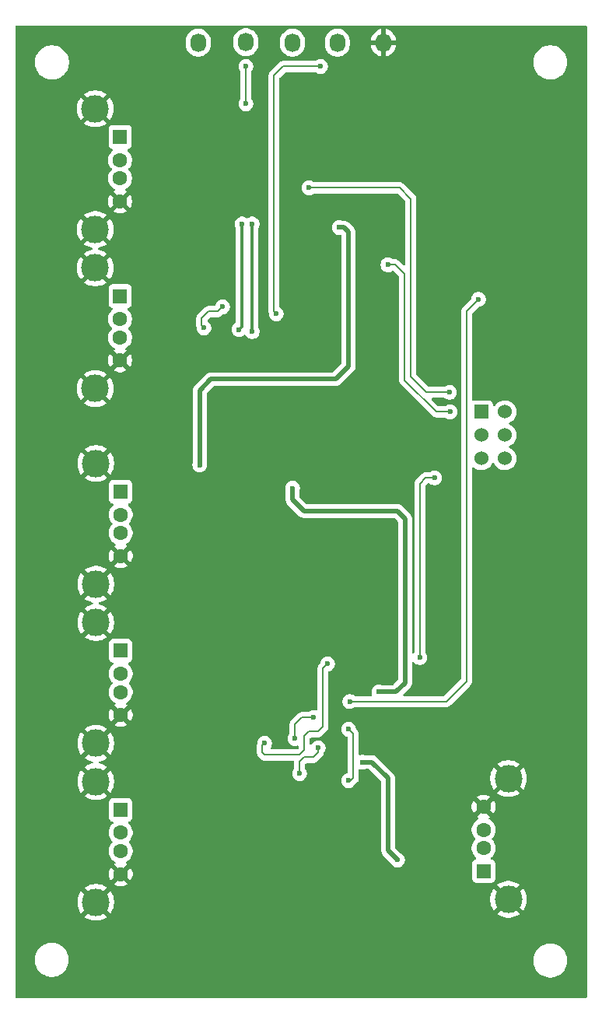
<source format=gbr>
%TF.GenerationSoftware,KiCad,Pcbnew,9.0.6*%
%TF.CreationDate,2025-12-28T11:43:40+01:00*%
%TF.ProjectId,USB_Hub,5553425f-4875-4622-9e6b-696361645f70,rev?*%
%TF.SameCoordinates,Original*%
%TF.FileFunction,Copper,L2,Bot*%
%TF.FilePolarity,Positive*%
%FSLAX46Y46*%
G04 Gerber Fmt 4.6, Leading zero omitted, Abs format (unit mm)*
G04 Created by KiCad (PCBNEW 9.0.6) date 2025-12-28 11:43:40*
%MOMM*%
%LPD*%
G01*
G04 APERTURE LIST*
%TA.AperFunction,ComponentPad*%
%ADD10O,1.730000X2.030000*%
%TD*%
%TA.AperFunction,ComponentPad*%
%ADD11C,1.524000*%
%TD*%
%TA.AperFunction,ComponentPad*%
%ADD12R,1.524000X1.524000*%
%TD*%
%TA.AperFunction,ComponentPad*%
%ADD13C,3.000000*%
%TD*%
%TA.AperFunction,ComponentPad*%
%ADD14C,1.600000*%
%TD*%
%TA.AperFunction,ComponentPad*%
%ADD15R,1.500000X1.600000*%
%TD*%
%TA.AperFunction,ViaPad*%
%ADD16C,0.600000*%
%TD*%
%TA.AperFunction,Conductor*%
%ADD17C,0.200000*%
%TD*%
%TA.AperFunction,Conductor*%
%ADD18C,0.500000*%
%TD*%
%TA.AperFunction,Conductor*%
%ADD19C,0.300000*%
%TD*%
G04 APERTURE END LIST*
D10*
%TO.P,REF\u002A\u002A,1*%
%TO.N,/5V_1*%
X66751200Y-38303200D03*
%TD*%
%TO.P,REF\u002A\u002A,1*%
%TO.N,/5V_2*%
X71831200Y-38354000D03*
%TD*%
%TO.P,REF\u002A\u002A,1*%
%TO.N,GND*%
X81737200Y-38354000D03*
%TD*%
%TO.P,REF\u002A\u002A,1*%
%TO.N,/3.3V*%
X76708000Y-38354000D03*
%TD*%
%TO.P,REF\u002A\u002A,1*%
%TO.N,/5V*%
X61569600Y-38354000D03*
%TD*%
D11*
%TO.P,SW1,6,C*%
%TO.N,Net-(R7-Pad2)*%
X94945200Y-78536800D03*
%TO.P,SW1,5,B*%
%TO.N,/S_TS3USB*%
X94945200Y-81076800D03*
%TO.P,SW1,4,A*%
%TO.N,Net-(R6-Pad2)*%
X94945200Y-83616800D03*
%TO.P,SW1,3,C*%
%TO.N,/5V_1*%
X92405200Y-83616800D03*
%TO.P,SW1,2,B*%
%TO.N,/VBUS*%
X92405200Y-81076800D03*
D12*
%TO.P,SW1,1,A*%
%TO.N,/5V_2*%
X92405200Y-78536800D03*
%TD*%
D13*
%TO.P,J4,5,Shield*%
%TO.N,GND*%
X95343200Y-118448800D03*
X95343200Y-131588800D03*
D14*
%TO.P,J4,4,GND*%
X92633200Y-121518800D03*
%TO.P,J4,3,D+*%
%TO.N,Net-(J4-D+)*%
X92633200Y-124018800D03*
%TO.P,J4,2,D-*%
%TO.N,Net-(J4-D-)*%
X92633200Y-126018800D03*
D15*
%TO.P,J4,1,VBUS*%
%TO.N,/5V*%
X92633200Y-128518800D03*
%TD*%
D13*
%TO.P,J5,5,Shield*%
%TO.N,GND*%
X50351200Y-58690800D03*
X50351200Y-45550800D03*
D14*
%TO.P,J5,4,GND*%
X53061200Y-55620800D03*
%TO.P,J5,3,D+*%
%TO.N,Net-(J5-D+)*%
X53061200Y-53120800D03*
%TO.P,J5,2,D-*%
%TO.N,Net-(J5-D-)*%
X53061200Y-51120800D03*
D15*
%TO.P,J5,1,VBUS*%
%TO.N,/5V_1*%
X53061200Y-48620800D03*
%TD*%
D13*
%TO.P,J3,5,Shield*%
%TO.N,GND*%
X50410400Y-131912800D03*
X50410400Y-118772800D03*
D14*
%TO.P,J3,4,GND*%
X53120400Y-128842800D03*
%TO.P,J3,3,D+*%
%TO.N,Net-(J3-D+)*%
X53120400Y-126342800D03*
%TO.P,J3,2,D-*%
%TO.N,Net-(J3-D-)*%
X53120400Y-124342800D03*
D15*
%TO.P,J3,1,VBUS*%
%TO.N,/5V*%
X53120400Y-121842800D03*
%TD*%
D13*
%TO.P,J1,5,Shield*%
%TO.N,GND*%
X50410400Y-97292800D03*
X50410400Y-84152800D03*
D14*
%TO.P,J1,4,GND*%
X53120400Y-94222800D03*
%TO.P,J1,3,D+*%
%TO.N,Net-(J1-D+)*%
X53120400Y-91722800D03*
%TO.P,J1,2,D-*%
%TO.N,Net-(J1-D-)*%
X53120400Y-89722800D03*
D15*
%TO.P,J1,1,VBUS*%
%TO.N,/5V*%
X53120400Y-87222800D03*
%TD*%
D13*
%TO.P,J2,5,Shield*%
%TO.N,GND*%
X50410400Y-114602800D03*
X50410400Y-101462800D03*
D14*
%TO.P,J2,4,GND*%
X53120400Y-111532800D03*
%TO.P,J2,3,D+*%
%TO.N,Net-(J2-D+)*%
X53120400Y-109032800D03*
%TO.P,J2,2,D-*%
%TO.N,Net-(J2-D-)*%
X53120400Y-107032800D03*
D15*
%TO.P,J2,1,VBUS*%
%TO.N,/5V*%
X53120400Y-104532800D03*
%TD*%
D13*
%TO.P,J6,5,Shield*%
%TO.N,GND*%
X50351200Y-76000800D03*
X50351200Y-62860800D03*
D14*
%TO.P,J6,4,GND*%
X53061200Y-72930800D03*
%TO.P,J6,3,D+*%
%TO.N,Net-(J6-D+)*%
X53061200Y-70430800D03*
%TO.P,J6,2,D-*%
%TO.N,Net-(J6-D-)*%
X53061200Y-68430800D03*
D15*
%TO.P,J6,1,VBUS*%
%TO.N,/5V_2*%
X53061200Y-65930800D03*
%TD*%
D16*
%TO.N,/5V_1*%
X66751200Y-40944800D03*
%TO.N,GND*%
X87071200Y-62738000D03*
X89865200Y-65074800D03*
X97332800Y-77571600D03*
X100228400Y-77571600D03*
X73355200Y-59029600D03*
X75438000Y-60553600D03*
X70459600Y-70205600D03*
X73914000Y-72440800D03*
X60813599Y-72930800D03*
%TO.N,/5V_1*%
X66751200Y-45008800D03*
%TO.N,/3.3V*%
X74879200Y-40944800D03*
X70053200Y-67868800D03*
%TO.N,/LED_DRV*%
X92075000Y-66284600D03*
%TO.N,/5V_2*%
X82219800Y-62534800D03*
X88976200Y-78536800D03*
%TO.N,/5V_1*%
X73609200Y-54152800D03*
X88925400Y-76403200D03*
%TO.N,/S_TS3USB*%
X62179200Y-69392800D03*
X64211200Y-67106800D03*
%TO.N,/3.3V*%
X81229200Y-109016800D03*
X71831200Y-86842600D03*
%TO.N,Net-(U1-BUSJ)*%
X77927200Y-118668800D03*
%TO.N,Net-(U1-~{XRSTJ})*%
X74625200Y-115112800D03*
X72593200Y-117906800D03*
%TO.N,/5V*%
X83261200Y-127304800D03*
X79451200Y-116651800D03*
%TO.N,Net-(U1-VD18)*%
X75641200Y-105968800D03*
X68783200Y-114604800D03*
%TO.N,/3.3V*%
X74117200Y-111810800D03*
X72085200Y-114096800D03*
%TO.N,/VBUS*%
X85674200Y-105283000D03*
X87299800Y-85725000D03*
%TO.N,/LED_DRV*%
X78054200Y-110058200D03*
%TO.N,/5V*%
X61722000Y-84302600D03*
X76911200Y-58470800D03*
%TO.N,/D1+*%
X66319400Y-58089800D03*
%TO.N,/D1-*%
X67437000Y-58089800D03*
X67437000Y-69799200D03*
%TO.N,/D1+*%
X65989200Y-69570600D03*
%TO.N,Net-(U1-BUSJ)*%
X77927200Y-113080800D03*
%TD*%
D17*
%TO.N,/5V_1*%
X66751200Y-40944800D02*
X66751200Y-45008800D01*
D18*
%TO.N,GND*%
X89408000Y-65074800D02*
X87071200Y-62738000D01*
X89865200Y-65074800D02*
X89408000Y-65074800D01*
X97332800Y-77571600D02*
X100228400Y-77571600D01*
D19*
X74218800Y-59893200D02*
X73355200Y-59029600D01*
X75082400Y-59893200D02*
X74218800Y-59893200D01*
X75133200Y-59893200D02*
X75082400Y-59893200D01*
X75438000Y-60553600D02*
X75438000Y-60198000D01*
X75438000Y-60198000D02*
X75133200Y-59893200D01*
X70459600Y-70205600D02*
X70459600Y-71660800D01*
X70459600Y-71660800D02*
X69189600Y-72930800D01*
D18*
X69189600Y-72930800D02*
X73424000Y-72930800D01*
X73424000Y-72930800D02*
X73914000Y-72440800D01*
X60813599Y-72930800D02*
X69189600Y-72930800D01*
D17*
%TO.N,/3.3V*%
X69799200Y-67614800D02*
X70053200Y-67868800D01*
X69799200Y-41960800D02*
X69799200Y-67614800D01*
X70815200Y-40944800D02*
X69799200Y-41960800D01*
X74879200Y-40944800D02*
X70815200Y-40944800D01*
%TO.N,/5V_1*%
X83489800Y-54152800D02*
X73609200Y-54152800D01*
X84709000Y-55372000D02*
X83489800Y-54152800D01*
X84709000Y-74726800D02*
X84709000Y-55372000D01*
X88925400Y-76403200D02*
X86385400Y-76403200D01*
X86385400Y-76403200D02*
X84709000Y-74726800D01*
%TO.N,/5V_2*%
X84023200Y-75082400D02*
X87477600Y-78536800D01*
X84023200Y-63550800D02*
X84023200Y-75082400D01*
X87477600Y-78536800D02*
X88976200Y-78536800D01*
X82219800Y-62534800D02*
X83007200Y-62534800D01*
X83007200Y-62534800D02*
X84023200Y-63550800D01*
D18*
%TO.N,/5V*%
X77927200Y-73583800D02*
X77927200Y-58978800D01*
X77419200Y-58470800D02*
X76911200Y-58470800D01*
X76530200Y-74980800D02*
X77927200Y-73583800D01*
X61722000Y-76200000D02*
X62941200Y-74980800D01*
X61722000Y-84302600D02*
X61722000Y-76200000D01*
X77927200Y-58978800D02*
X77419200Y-58470800D01*
X62941200Y-74980800D02*
X76530200Y-74980800D01*
D17*
%TO.N,/LED_DRV*%
X90754200Y-67605400D02*
X92075000Y-66284600D01*
X90754200Y-107873800D02*
X90754200Y-67605400D01*
X88569800Y-110058200D02*
X90754200Y-107873800D01*
X78054200Y-110058200D02*
X88569800Y-110058200D01*
D19*
%TO.N,/D1-*%
X67437000Y-58089800D02*
X67437000Y-69799200D01*
%TO.N,/D1+*%
X66319400Y-69240400D02*
X66319400Y-58089800D01*
X65989200Y-69570600D02*
X66319400Y-69240400D01*
D18*
%TO.N,/3.3V*%
X71831200Y-88061800D02*
X71831200Y-86842600D01*
X73101200Y-89331800D02*
X71831200Y-88061800D01*
X83235800Y-89331800D02*
X73101200Y-89331800D01*
X84074000Y-90170000D02*
X83235800Y-89331800D01*
X84074000Y-108026200D02*
X84074000Y-90170000D01*
X83083400Y-109016800D02*
X84074000Y-108026200D01*
X81229200Y-109016800D02*
X83083400Y-109016800D01*
%TO.N,/5V*%
X80482200Y-116651800D02*
X79451200Y-116651800D01*
X82245200Y-118414800D02*
X80482200Y-116651800D01*
X82245200Y-126288800D02*
X82245200Y-118414800D01*
X83261200Y-127304800D02*
X82245200Y-126288800D01*
D17*
%TO.N,/VBUS*%
X85674200Y-86360000D02*
X85674200Y-105283000D01*
X86309200Y-85725000D02*
X85674200Y-86360000D01*
X87299800Y-85725000D02*
X86309200Y-85725000D01*
%TO.N,/S_TS3USB*%
X61925200Y-69138800D02*
X62179200Y-69392800D01*
X61925200Y-68884800D02*
X61925200Y-69138800D01*
X61925200Y-68376800D02*
X61925200Y-68884800D01*
X63703200Y-67614800D02*
X62687200Y-67614800D01*
X64211200Y-67106800D02*
X63703200Y-67614800D01*
X62687200Y-67614800D02*
X61925200Y-68376800D01*
%TO.N,Net-(U1-BUSJ)*%
X78181200Y-113334800D02*
X77927200Y-113080800D01*
X78435200Y-114604800D02*
X78435200Y-113588800D01*
X78435200Y-113588800D02*
X78181200Y-113334800D01*
X78181200Y-118668800D02*
X78435200Y-118414800D01*
X78435200Y-118414800D02*
X78435200Y-114604800D01*
X77927200Y-118668800D02*
X78181200Y-118668800D01*
%TO.N,Net-(U1-~{XRSTJ})*%
X74625200Y-115620800D02*
X74625200Y-115112800D01*
X74117200Y-116128800D02*
X74625200Y-115620800D01*
X73101200Y-116128800D02*
X74117200Y-116128800D01*
X72593200Y-116636800D02*
X73101200Y-116128800D01*
X72593200Y-117906800D02*
X72593200Y-116636800D01*
%TO.N,Net-(U1-VD18)*%
X68529200Y-114858800D02*
X68783200Y-114604800D01*
X68783200Y-115874800D02*
X68529200Y-115620800D01*
X73101200Y-115366800D02*
X72593200Y-115874800D01*
X73101200Y-113842800D02*
X73101200Y-115366800D01*
X68529200Y-115620800D02*
X68529200Y-114858800D01*
X73609200Y-113334800D02*
X73101200Y-113842800D01*
X72593200Y-115874800D02*
X68783200Y-115874800D01*
X74625200Y-113334800D02*
X73609200Y-113334800D01*
X75133200Y-112826800D02*
X74625200Y-113334800D01*
X75133200Y-106476800D02*
X75133200Y-112826800D01*
X75641200Y-105968800D02*
X75133200Y-106476800D01*
%TO.N,/3.3V*%
X72847200Y-111810800D02*
X74117200Y-111810800D01*
X72085200Y-112572800D02*
X72847200Y-111810800D01*
X72085200Y-112826800D02*
X72085200Y-112572800D01*
X72085200Y-114096800D02*
X72085200Y-112826800D01*
%TD*%
%TA.AperFunction,Conductor*%
%TO.N,GND*%
G36*
X103838539Y-36504985D02*
G01*
X103884294Y-36557789D01*
X103895500Y-36609300D01*
X103895500Y-142174300D01*
X103875815Y-142241339D01*
X103823011Y-142287094D01*
X103771500Y-142298300D01*
X41770500Y-142298300D01*
X41703461Y-142278615D01*
X41657706Y-142225811D01*
X41646500Y-142174300D01*
X41646500Y-138050511D01*
X43772100Y-138050511D01*
X43772100Y-138293088D01*
X43803761Y-138533585D01*
X43866547Y-138767904D01*
X43959373Y-138992005D01*
X43959376Y-138992012D01*
X44080664Y-139202089D01*
X44080666Y-139202092D01*
X44080667Y-139202093D01*
X44228333Y-139394536D01*
X44228339Y-139394543D01*
X44399856Y-139566060D01*
X44399862Y-139566065D01*
X44592311Y-139713736D01*
X44802388Y-139835024D01*
X45026500Y-139927854D01*
X45260811Y-139990638D01*
X45441186Y-140014384D01*
X45501311Y-140022300D01*
X45501312Y-140022300D01*
X45743889Y-140022300D01*
X45791988Y-140015967D01*
X45984389Y-139990638D01*
X46218700Y-139927854D01*
X46442812Y-139835024D01*
X46652889Y-139713736D01*
X46845338Y-139566065D01*
X47016865Y-139394538D01*
X47164536Y-139202089D01*
X47285824Y-138992012D01*
X47378654Y-138767900D01*
X47441438Y-138533589D01*
X47473100Y-138293088D01*
X47473100Y-138126711D01*
X98043500Y-138126711D01*
X98043500Y-138369288D01*
X98075161Y-138609785D01*
X98137947Y-138844104D01*
X98199210Y-138992005D01*
X98230776Y-139068212D01*
X98352064Y-139278289D01*
X98352066Y-139278292D01*
X98352067Y-139278293D01*
X98499733Y-139470736D01*
X98499739Y-139470743D01*
X98671256Y-139642260D01*
X98671262Y-139642265D01*
X98863711Y-139789936D01*
X99073788Y-139911224D01*
X99297900Y-140004054D01*
X99532211Y-140066838D01*
X99712586Y-140090584D01*
X99772711Y-140098500D01*
X99772712Y-140098500D01*
X100015289Y-140098500D01*
X100063388Y-140092167D01*
X100255789Y-140066838D01*
X100490100Y-140004054D01*
X100714212Y-139911224D01*
X100924289Y-139789936D01*
X101116738Y-139642265D01*
X101288265Y-139470738D01*
X101435936Y-139278289D01*
X101557224Y-139068212D01*
X101650054Y-138844100D01*
X101712838Y-138609789D01*
X101744500Y-138369288D01*
X101744500Y-138126712D01*
X101712838Y-137886211D01*
X101650054Y-137651900D01*
X101557224Y-137427788D01*
X101435936Y-137217711D01*
X101288265Y-137025262D01*
X101288260Y-137025256D01*
X101116743Y-136853739D01*
X101116736Y-136853733D01*
X100924293Y-136706067D01*
X100924292Y-136706066D01*
X100924289Y-136706064D01*
X100714212Y-136584776D01*
X100714205Y-136584773D01*
X100490104Y-136491947D01*
X100255785Y-136429161D01*
X100015289Y-136397500D01*
X100015288Y-136397500D01*
X99772712Y-136397500D01*
X99772711Y-136397500D01*
X99532214Y-136429161D01*
X99297895Y-136491947D01*
X99073794Y-136584773D01*
X99073785Y-136584777D01*
X98863706Y-136706067D01*
X98671263Y-136853733D01*
X98671256Y-136853739D01*
X98499739Y-137025256D01*
X98499733Y-137025263D01*
X98352067Y-137217706D01*
X98230777Y-137427785D01*
X98230773Y-137427794D01*
X98137947Y-137651895D01*
X98075161Y-137886214D01*
X98043500Y-138126711D01*
X47473100Y-138126711D01*
X47473100Y-138050512D01*
X47441438Y-137810011D01*
X47378654Y-137575700D01*
X47285824Y-137351588D01*
X47164536Y-137141511D01*
X47016865Y-136949062D01*
X47016860Y-136949056D01*
X46845343Y-136777539D01*
X46845336Y-136777533D01*
X46652893Y-136629867D01*
X46652892Y-136629866D01*
X46652889Y-136629864D01*
X46442812Y-136508576D01*
X46402664Y-136491946D01*
X46218704Y-136415747D01*
X45984385Y-136352961D01*
X45743889Y-136321300D01*
X45743888Y-136321300D01*
X45501312Y-136321300D01*
X45501311Y-136321300D01*
X45260814Y-136352961D01*
X45026495Y-136415747D01*
X44802394Y-136508573D01*
X44802385Y-136508577D01*
X44592306Y-136629867D01*
X44399863Y-136777533D01*
X44399856Y-136777539D01*
X44228339Y-136949056D01*
X44228333Y-136949063D01*
X44080667Y-137141506D01*
X43959377Y-137351585D01*
X43959373Y-137351594D01*
X43866547Y-137575695D01*
X43803761Y-137810014D01*
X43772100Y-138050511D01*
X41646500Y-138050511D01*
X41646500Y-131781705D01*
X48410400Y-131781705D01*
X48410400Y-132043894D01*
X48444620Y-132303809D01*
X48444622Y-132303820D01*
X48512475Y-132557055D01*
X48612804Y-132799271D01*
X48612809Y-132799282D01*
X48743888Y-133026316D01*
X48743894Y-133026324D01*
X48830480Y-133139165D01*
X49438312Y-132531332D01*
X49533229Y-132661975D01*
X49661225Y-132789971D01*
X49791865Y-132884886D01*
X49184033Y-133492717D01*
X49184033Y-133492718D01*
X49296875Y-133579305D01*
X49296883Y-133579311D01*
X49523917Y-133710390D01*
X49523928Y-133710395D01*
X49766144Y-133810724D01*
X50019379Y-133878577D01*
X50019390Y-133878579D01*
X50279305Y-133912799D01*
X50279320Y-133912800D01*
X50541480Y-133912800D01*
X50541494Y-133912799D01*
X50801409Y-133878579D01*
X50801420Y-133878577D01*
X51054655Y-133810724D01*
X51296871Y-133710395D01*
X51296882Y-133710390D01*
X51523916Y-133579311D01*
X51523934Y-133579299D01*
X51636765Y-133492719D01*
X51636765Y-133492717D01*
X51028934Y-132884886D01*
X51159575Y-132789971D01*
X51287571Y-132661975D01*
X51382486Y-132531334D01*
X51990317Y-133139165D01*
X51990319Y-133139165D01*
X52062363Y-133045278D01*
X52062363Y-133045277D01*
X52076904Y-133026326D01*
X52076911Y-133026316D01*
X52207990Y-132799282D01*
X52207995Y-132799271D01*
X52308324Y-132557055D01*
X52376177Y-132303820D01*
X52376179Y-132303809D01*
X52410399Y-132043894D01*
X52410400Y-132043880D01*
X52410400Y-131781719D01*
X52410399Y-131781705D01*
X52376179Y-131521790D01*
X52376177Y-131521779D01*
X52366523Y-131485747D01*
X52359009Y-131457705D01*
X93343200Y-131457705D01*
X93343200Y-131719894D01*
X93377420Y-131979809D01*
X93377422Y-131979820D01*
X93445275Y-132233055D01*
X93545604Y-132475271D01*
X93545609Y-132475282D01*
X93676688Y-132702316D01*
X93676694Y-132702324D01*
X93763280Y-132815165D01*
X94371112Y-132207332D01*
X94466029Y-132337975D01*
X94594025Y-132465971D01*
X94724665Y-132560886D01*
X94116833Y-133168717D01*
X94116833Y-133168718D01*
X94229675Y-133255305D01*
X94229683Y-133255311D01*
X94456717Y-133386390D01*
X94456728Y-133386395D01*
X94698944Y-133486724D01*
X94952179Y-133554577D01*
X94952190Y-133554579D01*
X95212105Y-133588799D01*
X95212120Y-133588800D01*
X95474280Y-133588800D01*
X95474294Y-133588799D01*
X95734209Y-133554579D01*
X95734220Y-133554577D01*
X95987455Y-133486724D01*
X96229671Y-133386395D01*
X96229682Y-133386390D01*
X96456716Y-133255311D01*
X96456734Y-133255299D01*
X96569565Y-133168719D01*
X96569565Y-133168717D01*
X95961734Y-132560886D01*
X96092375Y-132465971D01*
X96220371Y-132337975D01*
X96315286Y-132207334D01*
X96923117Y-132815165D01*
X96923119Y-132815165D01*
X97009699Y-132702334D01*
X97009711Y-132702316D01*
X97140790Y-132475282D01*
X97140795Y-132475271D01*
X97241124Y-132233055D01*
X97308977Y-131979820D01*
X97308979Y-131979809D01*
X97343199Y-131719894D01*
X97343200Y-131719880D01*
X97343200Y-131457719D01*
X97343199Y-131457705D01*
X97308979Y-131197790D01*
X97308977Y-131197779D01*
X97241124Y-130944544D01*
X97140795Y-130702328D01*
X97140790Y-130702317D01*
X97009711Y-130475283D01*
X97009705Y-130475275D01*
X96923118Y-130362433D01*
X96923117Y-130362433D01*
X96315285Y-130970265D01*
X96220371Y-130839625D01*
X96092375Y-130711629D01*
X95961732Y-130616712D01*
X96569565Y-130008880D01*
X96456724Y-129922294D01*
X96456716Y-129922288D01*
X96229682Y-129791209D01*
X96229671Y-129791204D01*
X95987455Y-129690875D01*
X95734220Y-129623022D01*
X95734209Y-129623020D01*
X95474294Y-129588800D01*
X95212105Y-129588800D01*
X94952190Y-129623020D01*
X94952179Y-129623022D01*
X94698944Y-129690875D01*
X94456728Y-129791204D01*
X94456717Y-129791209D01*
X94229671Y-129922296D01*
X94116833Y-130008879D01*
X94116833Y-130008880D01*
X94724666Y-130616713D01*
X94594025Y-130711629D01*
X94466029Y-130839625D01*
X94371113Y-130970266D01*
X93763280Y-130362433D01*
X93763279Y-130362433D01*
X93676696Y-130475271D01*
X93545609Y-130702317D01*
X93545604Y-130702328D01*
X93445275Y-130944544D01*
X93377422Y-131197779D01*
X93377420Y-131197790D01*
X93343200Y-131457705D01*
X52359009Y-131457705D01*
X52308324Y-131268544D01*
X52207995Y-131026328D01*
X52207990Y-131026317D01*
X52076911Y-130799283D01*
X52076905Y-130799275D01*
X51990318Y-130686433D01*
X51990317Y-130686433D01*
X51382485Y-131294265D01*
X51287571Y-131163625D01*
X51159575Y-131035629D01*
X51028932Y-130940712D01*
X51636765Y-130332880D01*
X51523924Y-130246294D01*
X51523916Y-130246288D01*
X51296882Y-130115209D01*
X51296871Y-130115204D01*
X51054655Y-130014875D01*
X50979694Y-129994790D01*
X50801420Y-129947022D01*
X50801409Y-129947020D01*
X50541494Y-129912800D01*
X50279305Y-129912800D01*
X50019390Y-129947020D01*
X50019379Y-129947022D01*
X49766144Y-130014875D01*
X49523928Y-130115204D01*
X49523917Y-130115209D01*
X49296871Y-130246296D01*
X49184033Y-130332879D01*
X49184033Y-130332880D01*
X49791866Y-130940713D01*
X49661225Y-131035629D01*
X49533229Y-131163625D01*
X49438313Y-131294266D01*
X48830480Y-130686433D01*
X48830479Y-130686433D01*
X48743896Y-130799271D01*
X48612809Y-131026317D01*
X48612804Y-131026328D01*
X48512475Y-131268544D01*
X48444622Y-131521779D01*
X48444620Y-131521790D01*
X48410400Y-131781705D01*
X41646500Y-131781705D01*
X41646500Y-124240448D01*
X51819900Y-124240448D01*
X51819900Y-124445151D01*
X51851922Y-124647334D01*
X51915181Y-124842023D01*
X51979091Y-124967453D01*
X51991824Y-124992442D01*
X52008115Y-125024413D01*
X52128428Y-125190013D01*
X52193534Y-125255119D01*
X52227019Y-125316442D01*
X52222035Y-125386134D01*
X52193534Y-125430481D01*
X52128432Y-125495582D01*
X52128428Y-125495586D01*
X52008115Y-125661186D01*
X51915181Y-125843576D01*
X51851922Y-126038265D01*
X51819900Y-126240448D01*
X51819900Y-126445151D01*
X51851922Y-126647334D01*
X51915181Y-126842023D01*
X52008115Y-127024413D01*
X52128428Y-127190013D01*
X52273186Y-127334771D01*
X52438785Y-127455084D01*
X52438787Y-127455085D01*
X52438790Y-127455087D01*
X52492778Y-127482595D01*
X52543574Y-127530569D01*
X52560369Y-127598390D01*
X52537832Y-127664525D01*
X52492778Y-127703565D01*
X52439044Y-127730943D01*
X52394477Y-127763323D01*
X52394477Y-127763324D01*
X53011403Y-128380249D01*
X52937057Y-128400170D01*
X52828743Y-128462705D01*
X52740305Y-128551143D01*
X52677770Y-128659457D01*
X52657849Y-128733802D01*
X52040924Y-128116877D01*
X52040923Y-128116877D01*
X52008543Y-128161444D01*
X51915644Y-128343768D01*
X51852409Y-128538382D01*
X51820400Y-128740482D01*
X51820400Y-128945117D01*
X51852409Y-129147217D01*
X51915644Y-129341831D01*
X52008541Y-129524150D01*
X52008547Y-129524159D01*
X52040923Y-129568721D01*
X52040924Y-129568722D01*
X52657849Y-128951797D01*
X52677770Y-129026143D01*
X52740305Y-129134457D01*
X52828743Y-129222895D01*
X52937057Y-129285430D01*
X53011402Y-129305350D01*
X52394476Y-129922274D01*
X52439050Y-129954659D01*
X52621368Y-130047555D01*
X52815982Y-130110790D01*
X53018083Y-130142800D01*
X53222717Y-130142800D01*
X53424817Y-130110790D01*
X53619431Y-130047555D01*
X53801748Y-129954660D01*
X53846321Y-129922274D01*
X53229397Y-129305350D01*
X53303743Y-129285430D01*
X53412057Y-129222895D01*
X53500495Y-129134457D01*
X53563030Y-129026143D01*
X53582950Y-128951797D01*
X54199874Y-129568721D01*
X54232259Y-129524149D01*
X54325155Y-129341831D01*
X54388390Y-129147217D01*
X54420400Y-128945117D01*
X54420400Y-128740482D01*
X54388390Y-128538382D01*
X54325155Y-128343768D01*
X54232259Y-128161450D01*
X54199874Y-128116877D01*
X54199874Y-128116876D01*
X53582950Y-128733801D01*
X53563030Y-128659457D01*
X53500495Y-128551143D01*
X53412057Y-128462705D01*
X53303743Y-128400170D01*
X53229396Y-128380249D01*
X53846322Y-127763324D01*
X53846321Y-127763323D01*
X53801759Y-127730947D01*
X53801750Y-127730941D01*
X53748021Y-127703565D01*
X53697225Y-127655591D01*
X53680430Y-127587770D01*
X53702967Y-127521635D01*
X53748021Y-127482595D01*
X53802010Y-127455087D01*
X53900344Y-127383644D01*
X53967613Y-127334771D01*
X53967615Y-127334768D01*
X53967619Y-127334766D01*
X54112366Y-127190019D01*
X54112368Y-127190015D01*
X54112371Y-127190013D01*
X54198612Y-127071310D01*
X54232687Y-127024410D01*
X54325620Y-126842019D01*
X54388877Y-126647334D01*
X54420900Y-126445152D01*
X54420900Y-126240448D01*
X54388877Y-126038266D01*
X54325620Y-125843581D01*
X54325618Y-125843578D01*
X54325618Y-125843576D01*
X54291903Y-125777407D01*
X54232687Y-125661190D01*
X54224956Y-125650549D01*
X54112371Y-125495586D01*
X54047266Y-125430481D01*
X54013781Y-125369158D01*
X54018765Y-125299466D01*
X54047266Y-125255119D01*
X54112366Y-125190019D01*
X54112368Y-125190015D01*
X54112371Y-125190013D01*
X54205279Y-125062134D01*
X54232687Y-125024410D01*
X54325620Y-124842019D01*
X54388877Y-124647334D01*
X54420900Y-124445152D01*
X54420900Y-124240448D01*
X54388877Y-124038266D01*
X54325620Y-123843581D01*
X54325618Y-123843578D01*
X54325618Y-123843576D01*
X54291903Y-123777407D01*
X54232687Y-123661190D01*
X54224956Y-123650549D01*
X54112371Y-123495586D01*
X53967617Y-123350832D01*
X53967610Y-123350826D01*
X53963401Y-123347768D01*
X53920735Y-123292438D01*
X53914757Y-123222824D01*
X53947364Y-123161030D01*
X53992953Y-123131270D01*
X54112731Y-123086596D01*
X54227946Y-123000346D01*
X54314196Y-122885131D01*
X54364491Y-122750283D01*
X54370900Y-122690673D01*
X54370899Y-120994928D01*
X54364491Y-120935317D01*
X54314196Y-120800469D01*
X54314195Y-120800468D01*
X54314193Y-120800464D01*
X54227947Y-120685255D01*
X54227944Y-120685252D01*
X54112735Y-120599006D01*
X54112728Y-120599002D01*
X53977882Y-120548708D01*
X53977883Y-120548708D01*
X53918283Y-120542301D01*
X53918281Y-120542300D01*
X53918273Y-120542300D01*
X53918264Y-120542300D01*
X52322529Y-120542300D01*
X52322523Y-120542301D01*
X52262916Y-120548708D01*
X52128071Y-120599002D01*
X52128064Y-120599006D01*
X52012855Y-120685252D01*
X52012852Y-120685255D01*
X51926606Y-120800464D01*
X51926602Y-120800471D01*
X51876308Y-120935317D01*
X51869901Y-120994916D01*
X51869901Y-120994923D01*
X51869900Y-120994935D01*
X51869900Y-122690670D01*
X51869901Y-122690676D01*
X51876308Y-122750283D01*
X51926602Y-122885128D01*
X51926606Y-122885135D01*
X52012852Y-123000344D01*
X52012855Y-123000347D01*
X52128064Y-123086593D01*
X52128073Y-123086598D01*
X52247844Y-123131269D01*
X52303778Y-123173139D01*
X52328196Y-123238604D01*
X52313345Y-123306877D01*
X52277404Y-123347764D01*
X52273189Y-123350826D01*
X52273182Y-123350832D01*
X52128428Y-123495586D01*
X52008115Y-123661186D01*
X51915181Y-123843576D01*
X51851922Y-124038265D01*
X51819900Y-124240448D01*
X41646500Y-124240448D01*
X41646500Y-114471705D01*
X48410400Y-114471705D01*
X48410400Y-114733894D01*
X48444620Y-114993809D01*
X48444622Y-114993820D01*
X48512475Y-115247055D01*
X48612804Y-115489271D01*
X48612809Y-115489282D01*
X48743888Y-115716316D01*
X48743894Y-115716324D01*
X48830480Y-115829165D01*
X49438312Y-115221332D01*
X49533229Y-115351975D01*
X49661225Y-115479971D01*
X49791865Y-115574886D01*
X49184033Y-116182717D01*
X49184033Y-116182718D01*
X49296875Y-116269305D01*
X49296883Y-116269311D01*
X49523917Y-116400390D01*
X49523928Y-116400395D01*
X49766144Y-116500724D01*
X50017316Y-116568025D01*
X50076977Y-116604390D01*
X50107506Y-116667237D01*
X50099211Y-116736612D01*
X50054726Y-116790490D01*
X50017316Y-116807575D01*
X49766144Y-116874875D01*
X49523928Y-116975204D01*
X49523917Y-116975209D01*
X49296871Y-117106296D01*
X49184033Y-117192879D01*
X49184033Y-117192880D01*
X49791866Y-117800713D01*
X49661225Y-117895629D01*
X49533229Y-118023625D01*
X49438313Y-118154266D01*
X48830480Y-117546433D01*
X48830479Y-117546433D01*
X48743896Y-117659271D01*
X48612809Y-117886317D01*
X48612804Y-117886328D01*
X48512475Y-118128544D01*
X48444622Y-118381779D01*
X48444620Y-118381790D01*
X48410400Y-118641705D01*
X48410400Y-118903894D01*
X48444620Y-119163809D01*
X48444622Y-119163820D01*
X48512475Y-119417055D01*
X48612804Y-119659271D01*
X48612809Y-119659282D01*
X48743888Y-119886316D01*
X48743894Y-119886324D01*
X48830480Y-119999165D01*
X49438312Y-119391332D01*
X49533229Y-119521975D01*
X49661225Y-119649971D01*
X49791865Y-119744886D01*
X49184033Y-120352717D01*
X49184033Y-120352718D01*
X49296875Y-120439305D01*
X49296883Y-120439311D01*
X49523917Y-120570390D01*
X49523928Y-120570395D01*
X49766144Y-120670724D01*
X50019379Y-120738577D01*
X50019390Y-120738579D01*
X50279305Y-120772799D01*
X50279320Y-120772800D01*
X50541480Y-120772800D01*
X50541494Y-120772799D01*
X50801409Y-120738579D01*
X50801420Y-120738577D01*
X51054655Y-120670724D01*
X51296871Y-120570395D01*
X51296882Y-120570390D01*
X51523916Y-120439311D01*
X51523934Y-120439299D01*
X51636765Y-120352719D01*
X51636765Y-120352717D01*
X51028934Y-119744886D01*
X51159575Y-119649971D01*
X51287571Y-119521975D01*
X51382486Y-119391334D01*
X51990317Y-119999165D01*
X51990319Y-119999165D01*
X52076899Y-119886334D01*
X52076911Y-119886316D01*
X52207990Y-119659282D01*
X52207995Y-119659271D01*
X52308324Y-119417055D01*
X52376177Y-119163820D01*
X52376179Y-119163809D01*
X52410399Y-118903894D01*
X52410400Y-118903880D01*
X52410400Y-118641719D01*
X52410399Y-118641705D01*
X52376179Y-118381790D01*
X52376177Y-118381779D01*
X52308324Y-118128544D01*
X52207995Y-117886328D01*
X52207990Y-117886317D01*
X52076911Y-117659283D01*
X52076905Y-117659275D01*
X51990318Y-117546433D01*
X51990317Y-117546433D01*
X51382485Y-118154265D01*
X51287571Y-118023625D01*
X51159575Y-117895629D01*
X51028932Y-117800712D01*
X51636765Y-117192880D01*
X51523924Y-117106294D01*
X51523916Y-117106288D01*
X51296882Y-116975209D01*
X51296871Y-116975204D01*
X51054655Y-116874875D01*
X50803483Y-116807575D01*
X50743822Y-116771210D01*
X50713293Y-116708363D01*
X50721588Y-116638988D01*
X50766073Y-116585110D01*
X50803483Y-116568025D01*
X51054655Y-116500724D01*
X51296871Y-116400395D01*
X51296882Y-116400390D01*
X51523916Y-116269311D01*
X51523934Y-116269299D01*
X51636765Y-116182719D01*
X51636765Y-116182717D01*
X51028934Y-115574886D01*
X51159575Y-115479971D01*
X51287571Y-115351975D01*
X51382486Y-115221334D01*
X51990317Y-115829165D01*
X51990319Y-115829165D01*
X52076899Y-115716334D01*
X52076911Y-115716316D01*
X52086415Y-115699854D01*
X67928698Y-115699854D01*
X67969623Y-115852585D01*
X67986916Y-115882537D01*
X67986915Y-115882537D01*
X67986916Y-115882538D01*
X68048675Y-115989509D01*
X68048681Y-115989517D01*
X68167549Y-116108385D01*
X68167555Y-116108390D01*
X68298339Y-116239174D01*
X68298349Y-116239185D01*
X68302679Y-116243515D01*
X68302680Y-116243516D01*
X68414484Y-116355320D01*
X68500559Y-116405015D01*
X68500560Y-116405016D01*
X68551409Y-116434374D01*
X68551410Y-116434374D01*
X68551415Y-116434377D01*
X68704142Y-116475300D01*
X68704143Y-116475300D01*
X71868699Y-116475300D01*
X71877384Y-116477850D01*
X71886345Y-116476562D01*
X71910386Y-116487540D01*
X71935738Y-116494985D01*
X71941664Y-116501824D01*
X71949901Y-116505586D01*
X71964191Y-116527821D01*
X71981493Y-116547789D01*
X71983780Y-116558301D01*
X71987676Y-116564364D01*
X71992698Y-116599297D01*
X71992699Y-116599299D01*
X71992699Y-116715857D01*
X71992699Y-116715859D01*
X71992700Y-116725853D01*
X71992700Y-117327034D01*
X71973015Y-117394073D01*
X71971802Y-117395925D01*
X71883809Y-117527614D01*
X71883802Y-117527627D01*
X71823464Y-117673298D01*
X71823461Y-117673310D01*
X71792700Y-117827953D01*
X71792700Y-117985646D01*
X71823461Y-118140289D01*
X71823464Y-118140301D01*
X71883802Y-118285972D01*
X71883809Y-118285985D01*
X71971410Y-118417088D01*
X71971413Y-118417092D01*
X72082907Y-118528586D01*
X72082911Y-118528589D01*
X72214014Y-118616190D01*
X72214027Y-118616197D01*
X72287394Y-118646586D01*
X72359703Y-118676537D01*
X72514353Y-118707299D01*
X72514356Y-118707300D01*
X72514358Y-118707300D01*
X72672044Y-118707300D01*
X72672045Y-118707299D01*
X72826697Y-118676537D01*
X72972379Y-118616194D01*
X73103489Y-118528589D01*
X73214989Y-118417089D01*
X73302594Y-118285979D01*
X73362937Y-118140297D01*
X73393700Y-117985642D01*
X73393700Y-117827958D01*
X73393700Y-117827955D01*
X73393699Y-117827953D01*
X73385997Y-117789232D01*
X73362937Y-117673303D01*
X73357130Y-117659283D01*
X73302597Y-117527627D01*
X73302590Y-117527614D01*
X73214598Y-117395925D01*
X73193720Y-117329247D01*
X73193700Y-117327034D01*
X73193700Y-116936897D01*
X73202344Y-116907456D01*
X73208868Y-116877470D01*
X73212622Y-116872454D01*
X73213385Y-116869858D01*
X73230019Y-116849216D01*
X73313616Y-116765619D01*
X73374939Y-116732134D01*
X73401297Y-116729300D01*
X74030531Y-116729300D01*
X74030547Y-116729301D01*
X74038143Y-116729301D01*
X74196254Y-116729301D01*
X74196257Y-116729301D01*
X74348985Y-116688377D01*
X74399104Y-116659439D01*
X74485916Y-116609320D01*
X74597720Y-116497516D01*
X74597720Y-116497514D01*
X74607928Y-116487307D01*
X74607930Y-116487304D01*
X74983706Y-116111528D01*
X74983711Y-116111524D01*
X74993914Y-116101320D01*
X74993916Y-116101320D01*
X75105720Y-115989516D01*
X75184777Y-115852584D01*
X75225700Y-115699857D01*
X75225700Y-115692565D01*
X75245385Y-115625526D01*
X75246598Y-115623674D01*
X75334590Y-115491985D01*
X75334590Y-115491984D01*
X75334594Y-115491979D01*
X75394937Y-115346297D01*
X75425700Y-115191642D01*
X75425700Y-115033958D01*
X75425700Y-115033955D01*
X75425699Y-115033953D01*
X75410263Y-114956353D01*
X75394937Y-114879303D01*
X75391950Y-114872092D01*
X75334597Y-114733627D01*
X75334590Y-114733614D01*
X75246989Y-114602511D01*
X75246986Y-114602507D01*
X75135492Y-114491013D01*
X75135488Y-114491010D01*
X75004385Y-114403409D01*
X75004372Y-114403402D01*
X74858701Y-114343064D01*
X74858689Y-114343061D01*
X74704045Y-114312300D01*
X74704042Y-114312300D01*
X74546358Y-114312300D01*
X74546355Y-114312300D01*
X74391710Y-114343061D01*
X74391698Y-114343064D01*
X74246027Y-114403402D01*
X74246014Y-114403409D01*
X74114911Y-114491010D01*
X74114907Y-114491013D01*
X74003413Y-114602507D01*
X74003410Y-114602511D01*
X73928802Y-114714170D01*
X73875190Y-114758975D01*
X73805865Y-114767682D01*
X73742837Y-114737527D01*
X73706118Y-114678084D01*
X73701700Y-114645279D01*
X73701700Y-114142897D01*
X73710344Y-114113456D01*
X73716868Y-114083470D01*
X73720622Y-114078454D01*
X73721385Y-114075858D01*
X73738019Y-114055216D01*
X73821616Y-113971619D01*
X73882939Y-113938134D01*
X73909297Y-113935300D01*
X74538531Y-113935300D01*
X74538547Y-113935301D01*
X74546143Y-113935301D01*
X74704254Y-113935301D01*
X74704257Y-113935301D01*
X74856985Y-113894377D01*
X74910806Y-113863303D01*
X74993916Y-113815320D01*
X75105720Y-113703516D01*
X75105720Y-113703514D01*
X75115924Y-113693311D01*
X75115928Y-113693306D01*
X75491706Y-113317528D01*
X75491711Y-113317524D01*
X75501914Y-113307320D01*
X75501916Y-113307320D01*
X75613720Y-113195516D01*
X75692777Y-113058584D01*
X75707951Y-113001953D01*
X77126700Y-113001953D01*
X77126700Y-113159646D01*
X77157461Y-113314289D01*
X77157464Y-113314301D01*
X77217802Y-113459972D01*
X77217809Y-113459985D01*
X77305410Y-113591088D01*
X77305413Y-113591092D01*
X77416907Y-113702586D01*
X77416911Y-113702589D01*
X77548014Y-113790190D01*
X77548027Y-113790197D01*
X77582076Y-113804300D01*
X77693703Y-113850537D01*
X77734891Y-113858729D01*
X77796802Y-113891114D01*
X77831376Y-113951830D01*
X77834700Y-113980347D01*
X77834700Y-117769252D01*
X77815015Y-117836291D01*
X77762211Y-117882046D01*
X77734893Y-117890869D01*
X77693707Y-117899061D01*
X77693698Y-117899064D01*
X77548027Y-117959402D01*
X77548014Y-117959409D01*
X77416911Y-118047010D01*
X77416907Y-118047013D01*
X77305413Y-118158507D01*
X77305410Y-118158511D01*
X77217809Y-118289614D01*
X77217802Y-118289627D01*
X77157464Y-118435298D01*
X77157461Y-118435310D01*
X77126700Y-118589953D01*
X77126700Y-118747646D01*
X77157461Y-118902289D01*
X77157464Y-118902301D01*
X77217802Y-119047972D01*
X77217809Y-119047985D01*
X77305410Y-119179088D01*
X77305413Y-119179092D01*
X77416907Y-119290586D01*
X77416911Y-119290589D01*
X77548014Y-119378190D01*
X77548027Y-119378197D01*
X77693698Y-119438535D01*
X77693703Y-119438537D01*
X77848353Y-119469299D01*
X77848356Y-119469300D01*
X77848358Y-119469300D01*
X78006044Y-119469300D01*
X78006045Y-119469299D01*
X78160697Y-119438537D01*
X78306379Y-119378194D01*
X78437489Y-119290589D01*
X78548989Y-119179089D01*
X78600287Y-119102313D01*
X78615697Y-119083537D01*
X78661720Y-119037516D01*
X78661721Y-119037513D01*
X78793706Y-118905528D01*
X78793711Y-118905524D01*
X78803914Y-118895320D01*
X78803916Y-118895320D01*
X78915720Y-118783516D01*
X78977484Y-118676537D01*
X78994777Y-118646585D01*
X79035700Y-118493858D01*
X79035700Y-118335743D01*
X79035700Y-117531727D01*
X79055385Y-117464688D01*
X79108189Y-117418933D01*
X79177347Y-117408989D01*
X79207149Y-117417165D01*
X79217703Y-117421537D01*
X79372353Y-117452299D01*
X79372356Y-117452300D01*
X79372358Y-117452300D01*
X79530044Y-117452300D01*
X79530045Y-117452299D01*
X79606352Y-117437120D01*
X79684688Y-117421539D01*
X79684689Y-117421538D01*
X79684697Y-117421537D01*
X79708355Y-117411737D01*
X79755804Y-117402300D01*
X80119970Y-117402300D01*
X80187009Y-117421985D01*
X80207651Y-117438619D01*
X81458381Y-118689348D01*
X81491866Y-118750671D01*
X81494700Y-118777029D01*
X81494700Y-126362718D01*
X81494700Y-126362720D01*
X81494699Y-126362720D01*
X81523540Y-126507707D01*
X81523543Y-126507717D01*
X81580112Y-126644288D01*
X81580117Y-126644297D01*
X81587912Y-126655963D01*
X81603503Y-126679296D01*
X81603504Y-126679299D01*
X81603505Y-126679299D01*
X81662251Y-126767220D01*
X81662252Y-126767221D01*
X82515127Y-127620095D01*
X82542007Y-127660323D01*
X82551804Y-127683975D01*
X82551809Y-127683985D01*
X82639410Y-127815088D01*
X82639413Y-127815092D01*
X82750907Y-127926586D01*
X82750911Y-127926589D01*
X82882014Y-128014190D01*
X82882027Y-128014197D01*
X83027698Y-128074535D01*
X83027703Y-128074537D01*
X83182353Y-128105299D01*
X83182356Y-128105300D01*
X83182358Y-128105300D01*
X83340044Y-128105300D01*
X83340045Y-128105299D01*
X83494697Y-128074537D01*
X83640379Y-128014194D01*
X83771489Y-127926589D01*
X83882989Y-127815089D01*
X83970594Y-127683979D01*
X83976000Y-127670929D01*
X84010445Y-127587770D01*
X84030937Y-127538297D01*
X84061700Y-127383642D01*
X84061700Y-127225958D01*
X84061700Y-127225955D01*
X84061699Y-127225953D01*
X84054241Y-127188459D01*
X84030937Y-127071303D01*
X84011515Y-127024413D01*
X83970597Y-126925627D01*
X83970590Y-126925614D01*
X83882989Y-126794511D01*
X83882986Y-126794507D01*
X83771492Y-126683013D01*
X83771488Y-126683010D01*
X83640385Y-126595409D01*
X83640375Y-126595404D01*
X83616723Y-126585607D01*
X83576495Y-126558727D01*
X83032019Y-126014251D01*
X82998534Y-125952928D01*
X82995700Y-125926570D01*
X82995700Y-123916448D01*
X91332700Y-123916448D01*
X91332700Y-124121151D01*
X91364722Y-124323334D01*
X91427981Y-124518023D01*
X91520915Y-124700413D01*
X91641228Y-124866013D01*
X91706334Y-124931119D01*
X91739819Y-124992442D01*
X91734835Y-125062134D01*
X91706334Y-125106481D01*
X91641232Y-125171582D01*
X91641228Y-125171586D01*
X91520915Y-125337186D01*
X91427981Y-125519576D01*
X91364722Y-125714265D01*
X91332700Y-125916448D01*
X91332700Y-126121151D01*
X91364722Y-126323334D01*
X91427981Y-126518023D01*
X91467412Y-126595409D01*
X91512047Y-126683010D01*
X91520915Y-126700413D01*
X91641228Y-126866013D01*
X91785984Y-127010769D01*
X91790196Y-127013829D01*
X91832863Y-127069159D01*
X91838843Y-127138772D01*
X91806237Y-127200567D01*
X91760645Y-127230330D01*
X91640871Y-127275002D01*
X91640864Y-127275006D01*
X91525655Y-127361252D01*
X91525652Y-127361255D01*
X91439406Y-127476464D01*
X91439402Y-127476471D01*
X91389108Y-127611317D01*
X91383840Y-127660323D01*
X91382701Y-127670923D01*
X91382700Y-127670935D01*
X91382700Y-129366670D01*
X91382701Y-129366676D01*
X91389108Y-129426283D01*
X91439402Y-129561128D01*
X91439406Y-129561135D01*
X91525652Y-129676344D01*
X91525655Y-129676347D01*
X91640864Y-129762593D01*
X91640871Y-129762597D01*
X91775717Y-129812891D01*
X91775716Y-129812891D01*
X91782644Y-129813635D01*
X91835327Y-129819300D01*
X93431072Y-129819299D01*
X93490683Y-129812891D01*
X93625531Y-129762596D01*
X93740746Y-129676346D01*
X93826996Y-129561131D01*
X93877291Y-129426283D01*
X93883700Y-129366673D01*
X93883699Y-127670928D01*
X93877291Y-127611317D01*
X93850056Y-127538297D01*
X93826997Y-127476471D01*
X93826993Y-127476464D01*
X93740747Y-127361255D01*
X93740744Y-127361252D01*
X93625535Y-127275006D01*
X93625528Y-127275002D01*
X93505754Y-127230330D01*
X93449820Y-127188459D01*
X93425403Y-127122995D01*
X93440254Y-127054722D01*
X93476209Y-127013825D01*
X93480415Y-127010769D01*
X93480415Y-127010768D01*
X93480419Y-127010766D01*
X93625166Y-126866019D01*
X93625168Y-126866015D01*
X93625171Y-126866013D01*
X93696950Y-126767216D01*
X93745487Y-126700410D01*
X93838420Y-126518019D01*
X93901677Y-126323334D01*
X93933700Y-126121152D01*
X93933700Y-125916448D01*
X93901677Y-125714266D01*
X93838420Y-125519581D01*
X93838418Y-125519578D01*
X93838418Y-125519576D01*
X93770425Y-125386134D01*
X93745487Y-125337190D01*
X93718079Y-125299466D01*
X93625171Y-125171586D01*
X93560066Y-125106481D01*
X93526581Y-125045158D01*
X93531565Y-124975466D01*
X93560066Y-124931119D01*
X93625166Y-124866019D01*
X93625168Y-124866015D01*
X93625171Y-124866013D01*
X93677932Y-124793390D01*
X93745487Y-124700410D01*
X93838420Y-124518019D01*
X93901677Y-124323334D01*
X93933700Y-124121152D01*
X93933700Y-123916448D01*
X93901677Y-123714266D01*
X93838420Y-123519581D01*
X93838418Y-123519578D01*
X93838418Y-123519576D01*
X93804703Y-123453407D01*
X93745487Y-123337190D01*
X93737756Y-123326549D01*
X93625171Y-123171586D01*
X93480413Y-123026828D01*
X93314811Y-122906513D01*
X93260821Y-122879003D01*
X93210025Y-122831028D01*
X93193231Y-122763207D01*
X93215769Y-122697072D01*
X93260824Y-122658033D01*
X93314549Y-122630659D01*
X93359121Y-122598274D01*
X92742197Y-121981350D01*
X92816543Y-121961430D01*
X92924857Y-121898895D01*
X93013295Y-121810457D01*
X93075830Y-121702143D01*
X93095750Y-121627797D01*
X93712674Y-122244721D01*
X93745059Y-122200149D01*
X93837955Y-122017831D01*
X93901190Y-121823217D01*
X93933200Y-121621117D01*
X93933200Y-121416482D01*
X93901190Y-121214382D01*
X93837955Y-121019768D01*
X93745059Y-120837450D01*
X93712674Y-120792877D01*
X93712674Y-120792876D01*
X93095750Y-121409801D01*
X93075830Y-121335457D01*
X93013295Y-121227143D01*
X92924857Y-121138705D01*
X92816543Y-121076170D01*
X92742196Y-121056249D01*
X93359122Y-120439324D01*
X93359121Y-120439323D01*
X93314559Y-120406947D01*
X93314550Y-120406941D01*
X93132231Y-120314044D01*
X92937617Y-120250809D01*
X92735517Y-120218800D01*
X92530883Y-120218800D01*
X92328782Y-120250809D01*
X92134168Y-120314044D01*
X91951844Y-120406943D01*
X91907277Y-120439323D01*
X91907277Y-120439324D01*
X92524203Y-121056249D01*
X92449857Y-121076170D01*
X92341543Y-121138705D01*
X92253105Y-121227143D01*
X92190570Y-121335457D01*
X92170649Y-121409802D01*
X91553724Y-120792877D01*
X91553723Y-120792877D01*
X91521343Y-120837444D01*
X91428444Y-121019768D01*
X91365209Y-121214382D01*
X91333200Y-121416482D01*
X91333200Y-121621117D01*
X91365209Y-121823217D01*
X91428444Y-122017831D01*
X91521341Y-122200150D01*
X91521347Y-122200159D01*
X91553723Y-122244721D01*
X91553724Y-122244722D01*
X92170649Y-121627796D01*
X92190570Y-121702143D01*
X92253105Y-121810457D01*
X92341543Y-121898895D01*
X92449857Y-121961430D01*
X92524202Y-121981350D01*
X91907276Y-122598274D01*
X91951852Y-122630661D01*
X92005576Y-122658034D01*
X92056372Y-122706008D01*
X92073168Y-122773828D01*
X92050631Y-122839964D01*
X92005579Y-122879003D01*
X91951586Y-122906514D01*
X91785986Y-123026828D01*
X91641228Y-123171586D01*
X91520915Y-123337186D01*
X91427981Y-123519576D01*
X91364722Y-123714265D01*
X91332700Y-123916448D01*
X82995700Y-123916448D01*
X82995700Y-118340879D01*
X82995699Y-118340874D01*
X82995097Y-118337847D01*
X82991090Y-118317705D01*
X93343200Y-118317705D01*
X93343200Y-118579894D01*
X93377420Y-118839809D01*
X93377422Y-118839820D01*
X93445275Y-119093055D01*
X93545604Y-119335271D01*
X93545609Y-119335282D01*
X93676688Y-119562316D01*
X93676694Y-119562324D01*
X93763280Y-119675165D01*
X94371112Y-119067332D01*
X94466029Y-119197975D01*
X94594025Y-119325971D01*
X94724665Y-119420886D01*
X94116833Y-120028717D01*
X94116833Y-120028718D01*
X94229675Y-120115305D01*
X94229683Y-120115311D01*
X94456717Y-120246390D01*
X94456728Y-120246395D01*
X94698944Y-120346724D01*
X94952179Y-120414577D01*
X94952190Y-120414579D01*
X95212105Y-120448799D01*
X95212120Y-120448800D01*
X95474280Y-120448800D01*
X95474294Y-120448799D01*
X95734209Y-120414579D01*
X95734220Y-120414577D01*
X95987455Y-120346724D01*
X96229671Y-120246395D01*
X96229682Y-120246390D01*
X96456716Y-120115311D01*
X96456734Y-120115299D01*
X96569565Y-120028719D01*
X96569565Y-120028717D01*
X95961734Y-119420886D01*
X96092375Y-119325971D01*
X96220371Y-119197975D01*
X96315286Y-119067334D01*
X96923117Y-119675165D01*
X96923119Y-119675165D01*
X97009699Y-119562334D01*
X97009711Y-119562316D01*
X97140790Y-119335282D01*
X97140795Y-119335271D01*
X97241124Y-119093055D01*
X97308977Y-118839820D01*
X97308979Y-118839809D01*
X97343199Y-118579894D01*
X97343200Y-118579880D01*
X97343200Y-118317719D01*
X97343199Y-118317705D01*
X97308979Y-118057790D01*
X97308977Y-118057779D01*
X97241124Y-117804544D01*
X97140795Y-117562328D01*
X97140790Y-117562317D01*
X97009711Y-117335283D01*
X97009705Y-117335275D01*
X96923118Y-117222433D01*
X96923117Y-117222433D01*
X96315285Y-117830265D01*
X96220371Y-117699625D01*
X96092375Y-117571629D01*
X95961732Y-117476712D01*
X96569565Y-116868880D01*
X96456724Y-116782294D01*
X96456716Y-116782288D01*
X96229682Y-116651209D01*
X96229671Y-116651204D01*
X95987455Y-116550875D01*
X95734220Y-116483022D01*
X95734209Y-116483020D01*
X95474294Y-116448800D01*
X95212105Y-116448800D01*
X94952190Y-116483020D01*
X94952179Y-116483022D01*
X94698944Y-116550875D01*
X94456728Y-116651204D01*
X94456717Y-116651209D01*
X94229671Y-116782296D01*
X94116833Y-116868879D01*
X94116833Y-116868880D01*
X94724666Y-117476713D01*
X94594025Y-117571629D01*
X94466029Y-117699625D01*
X94371113Y-117830266D01*
X93763280Y-117222433D01*
X93763279Y-117222433D01*
X93676696Y-117335271D01*
X93545609Y-117562317D01*
X93545604Y-117562328D01*
X93445275Y-117804544D01*
X93377422Y-118057779D01*
X93377420Y-118057790D01*
X93343200Y-118317705D01*
X82991090Y-118317705D01*
X82978444Y-118254133D01*
X82978444Y-118254131D01*
X82966859Y-118195888D01*
X82923965Y-118092335D01*
X82910284Y-118059305D01*
X82909264Y-118057779D01*
X82828154Y-117936388D01*
X82828153Y-117936387D01*
X82828151Y-117936384D01*
X82723616Y-117831849D01*
X82310700Y-117418933D01*
X81896282Y-117004514D01*
X80960621Y-116068852D01*
X80960614Y-116068846D01*
X80886929Y-116019612D01*
X80886929Y-116019613D01*
X80837691Y-115986713D01*
X80701117Y-115930143D01*
X80701107Y-115930140D01*
X80556120Y-115901300D01*
X80556118Y-115901300D01*
X79755804Y-115901300D01*
X79708355Y-115891862D01*
X79684697Y-115882063D01*
X79684693Y-115882062D01*
X79684688Y-115882060D01*
X79530045Y-115851300D01*
X79530042Y-115851300D01*
X79372358Y-115851300D01*
X79372355Y-115851300D01*
X79217710Y-115882061D01*
X79217698Y-115882064D01*
X79207152Y-115886433D01*
X79137682Y-115893902D01*
X79075203Y-115862626D01*
X79039552Y-115802537D01*
X79035700Y-115771872D01*
X79035700Y-113509742D01*
X79031877Y-113495472D01*
X79020443Y-113452800D01*
X78994777Y-113357015D01*
X78952173Y-113283223D01*
X78915720Y-113220084D01*
X78803916Y-113108280D01*
X78803915Y-113108279D01*
X78799585Y-113103949D01*
X78799574Y-113103939D01*
X78761774Y-113066139D01*
X78728289Y-113004816D01*
X78727838Y-113002649D01*
X78698325Y-112854281D01*
X78696937Y-112847303D01*
X78667081Y-112775223D01*
X78636597Y-112701627D01*
X78636590Y-112701614D01*
X78548989Y-112570511D01*
X78548986Y-112570507D01*
X78437492Y-112459013D01*
X78437488Y-112459010D01*
X78306385Y-112371409D01*
X78306372Y-112371402D01*
X78160701Y-112311064D01*
X78160689Y-112311061D01*
X78006045Y-112280300D01*
X78006042Y-112280300D01*
X77848358Y-112280300D01*
X77848355Y-112280300D01*
X77693710Y-112311061D01*
X77693698Y-112311064D01*
X77548027Y-112371402D01*
X77548014Y-112371409D01*
X77416911Y-112459010D01*
X77416907Y-112459013D01*
X77305413Y-112570507D01*
X77305410Y-112570511D01*
X77217809Y-112701614D01*
X77217802Y-112701627D01*
X77157464Y-112847298D01*
X77157461Y-112847310D01*
X77126700Y-113001953D01*
X75707951Y-113001953D01*
X75733700Y-112905857D01*
X75733700Y-106868347D01*
X75753385Y-106801308D01*
X75806189Y-106755553D01*
X75833505Y-106746730D01*
X75874697Y-106738537D01*
X76020379Y-106678194D01*
X76151489Y-106590589D01*
X76262989Y-106479089D01*
X76350594Y-106347979D01*
X76410937Y-106202297D01*
X76441700Y-106047642D01*
X76441700Y-105889958D01*
X76441700Y-105889955D01*
X76441699Y-105889953D01*
X76428037Y-105821269D01*
X76410937Y-105735303D01*
X76392316Y-105690347D01*
X76350597Y-105589627D01*
X76350590Y-105589614D01*
X76262989Y-105458511D01*
X76262986Y-105458507D01*
X76151492Y-105347013D01*
X76151488Y-105347010D01*
X76020385Y-105259409D01*
X76020372Y-105259402D01*
X75874701Y-105199064D01*
X75874689Y-105199061D01*
X75720045Y-105168300D01*
X75720042Y-105168300D01*
X75562358Y-105168300D01*
X75562355Y-105168300D01*
X75407710Y-105199061D01*
X75407698Y-105199064D01*
X75262027Y-105259402D01*
X75262014Y-105259409D01*
X75130911Y-105347010D01*
X75130907Y-105347013D01*
X75019413Y-105458507D01*
X75019410Y-105458511D01*
X74931809Y-105589614D01*
X74931802Y-105589627D01*
X74871464Y-105735298D01*
X74871461Y-105735308D01*
X74840562Y-105890648D01*
X74831797Y-105907403D01*
X74827778Y-105925882D01*
X74809034Y-105950919D01*
X74808177Y-105952559D01*
X74806627Y-105954136D01*
X74764485Y-105996279D01*
X74764484Y-105996280D01*
X74652681Y-106108082D01*
X74652680Y-106108084D01*
X74607938Y-106185581D01*
X74602561Y-106194894D01*
X74602559Y-106194896D01*
X74573625Y-106245009D01*
X74573624Y-106245010D01*
X74573623Y-106245015D01*
X74532699Y-106397743D01*
X74532699Y-106397745D01*
X74532699Y-106565846D01*
X74532700Y-106565859D01*
X74532700Y-110930872D01*
X74513015Y-110997911D01*
X74460211Y-111043666D01*
X74391053Y-111053610D01*
X74361248Y-111045433D01*
X74350701Y-111041064D01*
X74350689Y-111041061D01*
X74196045Y-111010300D01*
X74196042Y-111010300D01*
X74038358Y-111010300D01*
X74038355Y-111010300D01*
X73883710Y-111041061D01*
X73883698Y-111041064D01*
X73738027Y-111101402D01*
X73738014Y-111101409D01*
X73606325Y-111189402D01*
X73539647Y-111210280D01*
X73537434Y-111210300D01*
X72933870Y-111210300D01*
X72933854Y-111210299D01*
X72926258Y-111210299D01*
X72768143Y-111210299D01*
X72700658Y-111228382D01*
X72615414Y-111251223D01*
X72615409Y-111251226D01*
X72478490Y-111330275D01*
X72478482Y-111330281D01*
X71604681Y-112204082D01*
X71604680Y-112204084D01*
X71560677Y-112280300D01*
X71525623Y-112341015D01*
X71484699Y-112493743D01*
X71484699Y-112493745D01*
X71484699Y-112661846D01*
X71484700Y-112661859D01*
X71484700Y-113517034D01*
X71465015Y-113584073D01*
X71463802Y-113585925D01*
X71375809Y-113717614D01*
X71375802Y-113717627D01*
X71315464Y-113863298D01*
X71315461Y-113863310D01*
X71284700Y-114017953D01*
X71284700Y-114175646D01*
X71315461Y-114330289D01*
X71315464Y-114330301D01*
X71375802Y-114475972D01*
X71375809Y-114475985D01*
X71463410Y-114607088D01*
X71463413Y-114607092D01*
X71574907Y-114718586D01*
X71574911Y-114718589D01*
X71706014Y-114806190D01*
X71706027Y-114806197D01*
X71832681Y-114858658D01*
X71851703Y-114866537D01*
X71944226Y-114884941D01*
X72006353Y-114897299D01*
X72006356Y-114897300D01*
X72006358Y-114897300D01*
X72164044Y-114897300D01*
X72164045Y-114897299D01*
X72318697Y-114866537D01*
X72329245Y-114862167D01*
X72361875Y-114858658D01*
X72394347Y-114853989D01*
X72396431Y-114854941D01*
X72398711Y-114854696D01*
X72428057Y-114869384D01*
X72457903Y-114883014D01*
X72459142Y-114884941D01*
X72461192Y-114885968D01*
X72477937Y-114914188D01*
X72495677Y-114941792D01*
X72496111Y-114944817D01*
X72496847Y-114946056D01*
X72500700Y-114976727D01*
X72500700Y-115066703D01*
X72481015Y-115133742D01*
X72464381Y-115154384D01*
X72380784Y-115237981D01*
X72319461Y-115271466D01*
X72293103Y-115274300D01*
X69530596Y-115274300D01*
X69463557Y-115254615D01*
X69417802Y-115201811D01*
X69407858Y-115132653D01*
X69427494Y-115081409D01*
X69492590Y-114983985D01*
X69492590Y-114983984D01*
X69492594Y-114983979D01*
X69552937Y-114838297D01*
X69583700Y-114683642D01*
X69583700Y-114525958D01*
X69583700Y-114525955D01*
X69583699Y-114525953D01*
X69576749Y-114491013D01*
X69552937Y-114371303D01*
X69535949Y-114330289D01*
X69492597Y-114225627D01*
X69492590Y-114225614D01*
X69404989Y-114094511D01*
X69404986Y-114094507D01*
X69293492Y-113983013D01*
X69293488Y-113983010D01*
X69162385Y-113895409D01*
X69162372Y-113895402D01*
X69016701Y-113835064D01*
X69016689Y-113835061D01*
X68862045Y-113804300D01*
X68862042Y-113804300D01*
X68704358Y-113804300D01*
X68704355Y-113804300D01*
X68549710Y-113835061D01*
X68549698Y-113835064D01*
X68404027Y-113895402D01*
X68404014Y-113895409D01*
X68272911Y-113983010D01*
X68272907Y-113983013D01*
X68161413Y-114094507D01*
X68161410Y-114094511D01*
X68073809Y-114225614D01*
X68073802Y-114225627D01*
X68013464Y-114371298D01*
X68013461Y-114371310D01*
X67982700Y-114525953D01*
X67982700Y-114571138D01*
X67970045Y-114618387D01*
X67972735Y-114619501D01*
X67969624Y-114627010D01*
X67969623Y-114627015D01*
X67928699Y-114779743D01*
X67928699Y-114937857D01*
X67928699Y-114937859D01*
X67928700Y-114947853D01*
X67928700Y-115534130D01*
X67928699Y-115534148D01*
X67928699Y-115699854D01*
X67928698Y-115699854D01*
X52086415Y-115699854D01*
X52207990Y-115489282D01*
X52207995Y-115489271D01*
X52308324Y-115247055D01*
X52376177Y-114993820D01*
X52376179Y-114993809D01*
X52407564Y-114755429D01*
X52407564Y-114755428D01*
X52410398Y-114733896D01*
X52410400Y-114733880D01*
X52410400Y-114471719D01*
X52410399Y-114471705D01*
X52376179Y-114211790D01*
X52376177Y-114211779D01*
X52308324Y-113958544D01*
X52207995Y-113716328D01*
X52207990Y-113716317D01*
X52076911Y-113489283D01*
X52076905Y-113489275D01*
X51990318Y-113376433D01*
X51990317Y-113376433D01*
X51382485Y-113984265D01*
X51287571Y-113853625D01*
X51159575Y-113725629D01*
X51028932Y-113630712D01*
X51636765Y-113022880D01*
X51523924Y-112936294D01*
X51523916Y-112936288D01*
X51296882Y-112805209D01*
X51296871Y-112805204D01*
X51054655Y-112704875D01*
X50979694Y-112684790D01*
X50801420Y-112637022D01*
X50801409Y-112637020D01*
X50541494Y-112602800D01*
X50279305Y-112602800D01*
X50019390Y-112637020D01*
X50019379Y-112637022D01*
X49766144Y-112704875D01*
X49523928Y-112805204D01*
X49523917Y-112805209D01*
X49296871Y-112936296D01*
X49184033Y-113022879D01*
X49184033Y-113022880D01*
X49791866Y-113630713D01*
X49661225Y-113725629D01*
X49533229Y-113853625D01*
X49438313Y-113984266D01*
X48830480Y-113376433D01*
X48830479Y-113376433D01*
X48743896Y-113489271D01*
X48612809Y-113716317D01*
X48612804Y-113716328D01*
X48512475Y-113958544D01*
X48444622Y-114211779D01*
X48444620Y-114211790D01*
X48410400Y-114471705D01*
X41646500Y-114471705D01*
X41646500Y-106930448D01*
X51819900Y-106930448D01*
X51819900Y-107135151D01*
X51851922Y-107337334D01*
X51915181Y-107532023D01*
X51962589Y-107625065D01*
X51982412Y-107663970D01*
X52008115Y-107714413D01*
X52128428Y-107880013D01*
X52193534Y-107945119D01*
X52227019Y-108006442D01*
X52222035Y-108076134D01*
X52193534Y-108120481D01*
X52128432Y-108185582D01*
X52128428Y-108185586D01*
X52008115Y-108351186D01*
X51915181Y-108533576D01*
X51851922Y-108728265D01*
X51819900Y-108930448D01*
X51819900Y-109135151D01*
X51851922Y-109337334D01*
X51915181Y-109532023D01*
X51979091Y-109657453D01*
X51990084Y-109679027D01*
X52008115Y-109714413D01*
X52128428Y-109880013D01*
X52273186Y-110024771D01*
X52438785Y-110145084D01*
X52438787Y-110145085D01*
X52438790Y-110145087D01*
X52492778Y-110172595D01*
X52543574Y-110220569D01*
X52560369Y-110288390D01*
X52537832Y-110354525D01*
X52492778Y-110393565D01*
X52439044Y-110420943D01*
X52394477Y-110453323D01*
X52394477Y-110453324D01*
X53011403Y-111070249D01*
X52937057Y-111090170D01*
X52828743Y-111152705D01*
X52740305Y-111241143D01*
X52677770Y-111349457D01*
X52657849Y-111423802D01*
X52040924Y-110806877D01*
X52040923Y-110806877D01*
X52008543Y-110851444D01*
X51915644Y-111033768D01*
X51852409Y-111228382D01*
X51820400Y-111430482D01*
X51820400Y-111635117D01*
X51852409Y-111837217D01*
X51915644Y-112031831D01*
X52008541Y-112214150D01*
X52008547Y-112214159D01*
X52040923Y-112258721D01*
X52040924Y-112258722D01*
X52657849Y-111641797D01*
X52677770Y-111716143D01*
X52740305Y-111824457D01*
X52828743Y-111912895D01*
X52937057Y-111975430D01*
X53011402Y-111995350D01*
X52394476Y-112612274D01*
X52439050Y-112644659D01*
X52621368Y-112737555D01*
X52815982Y-112800790D01*
X53018083Y-112832800D01*
X53222717Y-112832800D01*
X53424817Y-112800790D01*
X53619431Y-112737555D01*
X53801749Y-112644659D01*
X53846321Y-112612274D01*
X53229397Y-111995350D01*
X53303743Y-111975430D01*
X53412057Y-111912895D01*
X53500495Y-111824457D01*
X53563030Y-111716143D01*
X53582950Y-111641797D01*
X54199874Y-112258721D01*
X54232259Y-112214149D01*
X54325155Y-112031831D01*
X54388390Y-111837217D01*
X54420400Y-111635117D01*
X54420400Y-111430482D01*
X54388390Y-111228382D01*
X54325155Y-111033768D01*
X54232259Y-110851450D01*
X54199874Y-110806877D01*
X54199874Y-110806876D01*
X53582950Y-111423801D01*
X53563030Y-111349457D01*
X53500495Y-111241143D01*
X53412057Y-111152705D01*
X53303743Y-111090170D01*
X53229396Y-111070249D01*
X53846322Y-110453324D01*
X53846321Y-110453323D01*
X53801759Y-110420947D01*
X53801750Y-110420941D01*
X53748021Y-110393565D01*
X53697225Y-110345591D01*
X53680430Y-110277770D01*
X53702967Y-110211635D01*
X53748021Y-110172595D01*
X53802010Y-110145087D01*
X53851544Y-110109098D01*
X53967613Y-110024771D01*
X53967615Y-110024768D01*
X53967619Y-110024766D01*
X54112366Y-109880019D01*
X54112368Y-109880015D01*
X54112371Y-109880013D01*
X54165132Y-109807390D01*
X54232687Y-109714410D01*
X54325620Y-109532019D01*
X54388877Y-109337334D01*
X54420900Y-109135152D01*
X54420900Y-108930448D01*
X54388877Y-108728266D01*
X54325620Y-108533581D01*
X54325618Y-108533578D01*
X54325618Y-108533576D01*
X54291903Y-108467407D01*
X54232687Y-108351190D01*
X54200879Y-108307409D01*
X54112371Y-108185586D01*
X54047266Y-108120481D01*
X54013781Y-108059158D01*
X54018765Y-107989466D01*
X54047266Y-107945119D01*
X54112366Y-107880019D01*
X54112368Y-107880015D01*
X54112371Y-107880013D01*
X54220627Y-107731009D01*
X54232687Y-107714410D01*
X54325620Y-107532019D01*
X54388877Y-107337334D01*
X54420900Y-107135152D01*
X54420900Y-106930448D01*
X54388877Y-106728266D01*
X54325620Y-106533581D01*
X54325618Y-106533578D01*
X54325618Y-106533576D01*
X54291903Y-106467407D01*
X54232687Y-106351190D01*
X54224956Y-106340549D01*
X54112371Y-106185586D01*
X53967617Y-106040832D01*
X53967610Y-106040826D01*
X53963401Y-106037768D01*
X53920735Y-105982438D01*
X53914757Y-105912824D01*
X53947364Y-105851030D01*
X53992953Y-105821270D01*
X54112731Y-105776596D01*
X54227946Y-105690346D01*
X54314196Y-105575131D01*
X54364491Y-105440283D01*
X54370900Y-105380673D01*
X54370899Y-103684928D01*
X54364491Y-103625317D01*
X54314196Y-103490469D01*
X54314195Y-103490468D01*
X54314193Y-103490464D01*
X54227947Y-103375255D01*
X54227944Y-103375252D01*
X54112735Y-103289006D01*
X54112728Y-103289002D01*
X53977882Y-103238708D01*
X53977883Y-103238708D01*
X53918283Y-103232301D01*
X53918281Y-103232300D01*
X53918273Y-103232300D01*
X53918264Y-103232300D01*
X52322529Y-103232300D01*
X52322523Y-103232301D01*
X52262916Y-103238708D01*
X52128071Y-103289002D01*
X52128064Y-103289006D01*
X52012855Y-103375252D01*
X52012852Y-103375255D01*
X51926606Y-103490464D01*
X51926602Y-103490471D01*
X51876308Y-103625317D01*
X51869901Y-103684916D01*
X51869901Y-103684923D01*
X51869900Y-103684935D01*
X51869900Y-105380670D01*
X51869901Y-105380676D01*
X51876308Y-105440283D01*
X51926602Y-105575128D01*
X51926606Y-105575135D01*
X52012852Y-105690344D01*
X52012855Y-105690347D01*
X52128064Y-105776593D01*
X52128073Y-105776598D01*
X52247844Y-105821269D01*
X52303778Y-105863139D01*
X52328196Y-105928604D01*
X52313345Y-105996877D01*
X52277404Y-106037764D01*
X52273189Y-106040826D01*
X52273182Y-106040832D01*
X52128428Y-106185586D01*
X52008115Y-106351186D01*
X51915181Y-106533576D01*
X51851922Y-106728265D01*
X51819900Y-106930448D01*
X41646500Y-106930448D01*
X41646500Y-97161705D01*
X48410400Y-97161705D01*
X48410400Y-97423894D01*
X48444620Y-97683809D01*
X48444622Y-97683820D01*
X48512475Y-97937055D01*
X48612804Y-98179271D01*
X48612809Y-98179282D01*
X48743888Y-98406316D01*
X48743894Y-98406324D01*
X48830480Y-98519165D01*
X49438312Y-97911332D01*
X49533229Y-98041975D01*
X49661225Y-98169971D01*
X49791865Y-98264886D01*
X49184033Y-98872717D01*
X49184033Y-98872718D01*
X49296875Y-98959305D01*
X49296883Y-98959311D01*
X49523917Y-99090390D01*
X49523928Y-99090395D01*
X49766144Y-99190724D01*
X50017316Y-99258025D01*
X50076977Y-99294390D01*
X50107506Y-99357237D01*
X50099211Y-99426612D01*
X50054726Y-99480490D01*
X50017316Y-99497575D01*
X49766144Y-99564875D01*
X49523928Y-99665204D01*
X49523917Y-99665209D01*
X49296871Y-99796296D01*
X49184033Y-99882879D01*
X49184033Y-99882880D01*
X49791866Y-100490713D01*
X49661225Y-100585629D01*
X49533229Y-100713625D01*
X49438313Y-100844266D01*
X48830480Y-100236433D01*
X48830479Y-100236433D01*
X48743896Y-100349271D01*
X48612809Y-100576317D01*
X48612804Y-100576328D01*
X48512475Y-100818544D01*
X48444622Y-101071779D01*
X48444620Y-101071790D01*
X48410400Y-101331705D01*
X48410400Y-101593894D01*
X48444620Y-101853809D01*
X48444622Y-101853820D01*
X48512475Y-102107055D01*
X48612804Y-102349271D01*
X48612809Y-102349282D01*
X48743888Y-102576316D01*
X48743894Y-102576324D01*
X48830480Y-102689165D01*
X49438312Y-102081332D01*
X49533229Y-102211975D01*
X49661225Y-102339971D01*
X49791865Y-102434886D01*
X49184033Y-103042717D01*
X49184033Y-103042718D01*
X49296875Y-103129305D01*
X49296883Y-103129311D01*
X49523917Y-103260390D01*
X49523928Y-103260395D01*
X49766144Y-103360724D01*
X50019379Y-103428577D01*
X50019390Y-103428579D01*
X50279305Y-103462799D01*
X50279320Y-103462800D01*
X50541480Y-103462800D01*
X50541494Y-103462799D01*
X50801409Y-103428579D01*
X50801420Y-103428577D01*
X51054655Y-103360724D01*
X51296871Y-103260395D01*
X51296882Y-103260390D01*
X51523916Y-103129311D01*
X51523934Y-103129299D01*
X51636765Y-103042719D01*
X51636765Y-103042717D01*
X51028934Y-102434886D01*
X51159575Y-102339971D01*
X51287571Y-102211975D01*
X51382486Y-102081334D01*
X51990317Y-102689165D01*
X51990319Y-102689165D01*
X52076899Y-102576334D01*
X52076911Y-102576316D01*
X52207990Y-102349282D01*
X52207995Y-102349271D01*
X52308324Y-102107055D01*
X52376177Y-101853820D01*
X52376179Y-101853809D01*
X52410399Y-101593894D01*
X52410400Y-101593880D01*
X52410400Y-101331719D01*
X52410399Y-101331705D01*
X52376179Y-101071790D01*
X52376177Y-101071779D01*
X52308324Y-100818544D01*
X52207995Y-100576328D01*
X52207990Y-100576317D01*
X52076911Y-100349283D01*
X52076905Y-100349275D01*
X51990318Y-100236433D01*
X51990317Y-100236433D01*
X51382485Y-100844265D01*
X51287571Y-100713625D01*
X51159575Y-100585629D01*
X51028932Y-100490712D01*
X51636765Y-99882880D01*
X51523924Y-99796294D01*
X51523916Y-99796288D01*
X51296882Y-99665209D01*
X51296871Y-99665204D01*
X51054655Y-99564875D01*
X50803483Y-99497575D01*
X50743822Y-99461210D01*
X50713293Y-99398363D01*
X50721588Y-99328988D01*
X50766073Y-99275110D01*
X50803483Y-99258025D01*
X51054655Y-99190724D01*
X51296871Y-99090395D01*
X51296882Y-99090390D01*
X51523916Y-98959311D01*
X51523934Y-98959299D01*
X51636765Y-98872719D01*
X51636765Y-98872717D01*
X51028934Y-98264886D01*
X51159575Y-98169971D01*
X51287571Y-98041975D01*
X51382486Y-97911334D01*
X51990317Y-98519165D01*
X51990319Y-98519165D01*
X52076899Y-98406334D01*
X52076911Y-98406316D01*
X52207990Y-98179282D01*
X52207995Y-98179271D01*
X52308324Y-97937055D01*
X52376177Y-97683820D01*
X52376179Y-97683809D01*
X52410399Y-97423894D01*
X52410400Y-97423880D01*
X52410400Y-97161719D01*
X52410399Y-97161705D01*
X52376179Y-96901790D01*
X52376177Y-96901779D01*
X52308324Y-96648544D01*
X52207995Y-96406328D01*
X52207990Y-96406317D01*
X52076911Y-96179283D01*
X52076905Y-96179275D01*
X51990318Y-96066433D01*
X51990317Y-96066433D01*
X51382485Y-96674265D01*
X51287571Y-96543625D01*
X51159575Y-96415629D01*
X51028932Y-96320712D01*
X51636765Y-95712880D01*
X51523924Y-95626294D01*
X51523916Y-95626288D01*
X51296882Y-95495209D01*
X51296871Y-95495204D01*
X51054655Y-95394875D01*
X50979694Y-95374790D01*
X50801420Y-95327022D01*
X50801409Y-95327020D01*
X50541494Y-95292800D01*
X50279305Y-95292800D01*
X50019390Y-95327020D01*
X50019379Y-95327022D01*
X49766144Y-95394875D01*
X49523928Y-95495204D01*
X49523917Y-95495209D01*
X49296871Y-95626296D01*
X49184033Y-95712879D01*
X49184033Y-95712880D01*
X49791866Y-96320713D01*
X49661225Y-96415629D01*
X49533229Y-96543625D01*
X49438313Y-96674266D01*
X48830480Y-96066433D01*
X48830479Y-96066433D01*
X48743896Y-96179271D01*
X48612809Y-96406317D01*
X48612804Y-96406328D01*
X48512475Y-96648544D01*
X48444622Y-96901779D01*
X48444620Y-96901790D01*
X48410400Y-97161705D01*
X41646500Y-97161705D01*
X41646500Y-89620448D01*
X51819900Y-89620448D01*
X51819900Y-89825151D01*
X51851922Y-90027334D01*
X51915181Y-90222023D01*
X52008115Y-90404413D01*
X52128428Y-90570013D01*
X52193534Y-90635119D01*
X52227019Y-90696442D01*
X52222035Y-90766134D01*
X52193534Y-90810481D01*
X52128432Y-90875582D01*
X52128428Y-90875586D01*
X52008115Y-91041186D01*
X51915181Y-91223576D01*
X51851922Y-91418265D01*
X51819900Y-91620448D01*
X51819900Y-91825151D01*
X51851922Y-92027334D01*
X51915181Y-92222023D01*
X52008115Y-92404413D01*
X52128428Y-92570013D01*
X52273186Y-92714771D01*
X52438785Y-92835084D01*
X52438787Y-92835085D01*
X52438790Y-92835087D01*
X52492778Y-92862595D01*
X52543574Y-92910569D01*
X52560369Y-92978390D01*
X52537832Y-93044525D01*
X52492778Y-93083565D01*
X52439044Y-93110943D01*
X52394477Y-93143323D01*
X52394477Y-93143324D01*
X53011403Y-93760249D01*
X52937057Y-93780170D01*
X52828743Y-93842705D01*
X52740305Y-93931143D01*
X52677770Y-94039457D01*
X52657849Y-94113802D01*
X52040924Y-93496877D01*
X52040923Y-93496877D01*
X52008543Y-93541444D01*
X51915644Y-93723768D01*
X51852409Y-93918382D01*
X51820400Y-94120482D01*
X51820400Y-94325117D01*
X51852409Y-94527217D01*
X51915644Y-94721831D01*
X52008541Y-94904150D01*
X52008547Y-94904159D01*
X52040923Y-94948721D01*
X52040924Y-94948722D01*
X52657849Y-94331797D01*
X52677770Y-94406143D01*
X52740305Y-94514457D01*
X52828743Y-94602895D01*
X52937057Y-94665430D01*
X53011402Y-94685350D01*
X52394476Y-95302274D01*
X52439050Y-95334659D01*
X52621368Y-95427555D01*
X52815982Y-95490790D01*
X53018083Y-95522800D01*
X53222717Y-95522800D01*
X53424817Y-95490790D01*
X53619431Y-95427555D01*
X53801749Y-95334659D01*
X53846321Y-95302274D01*
X53229397Y-94685350D01*
X53303743Y-94665430D01*
X53412057Y-94602895D01*
X53500495Y-94514457D01*
X53563030Y-94406143D01*
X53582950Y-94331797D01*
X54199874Y-94948721D01*
X54232259Y-94904149D01*
X54325155Y-94721831D01*
X54388390Y-94527217D01*
X54420400Y-94325117D01*
X54420400Y-94120482D01*
X54388390Y-93918382D01*
X54325155Y-93723768D01*
X54232259Y-93541450D01*
X54199874Y-93496877D01*
X54199874Y-93496876D01*
X53582950Y-94113801D01*
X53563030Y-94039457D01*
X53500495Y-93931143D01*
X53412057Y-93842705D01*
X53303743Y-93780170D01*
X53229396Y-93760249D01*
X53846322Y-93143324D01*
X53846321Y-93143323D01*
X53801759Y-93110947D01*
X53801750Y-93110941D01*
X53748021Y-93083565D01*
X53697225Y-93035591D01*
X53680430Y-92967770D01*
X53702967Y-92901635D01*
X53748021Y-92862595D01*
X53802010Y-92835087D01*
X53851544Y-92799098D01*
X53967613Y-92714771D01*
X53967615Y-92714768D01*
X53967619Y-92714766D01*
X54112366Y-92570019D01*
X54112368Y-92570015D01*
X54112371Y-92570013D01*
X54165132Y-92497390D01*
X54232687Y-92404410D01*
X54325620Y-92222019D01*
X54388877Y-92027334D01*
X54420900Y-91825152D01*
X54420900Y-91620448D01*
X54388877Y-91418266D01*
X54325620Y-91223581D01*
X54325618Y-91223578D01*
X54325618Y-91223576D01*
X54291903Y-91157407D01*
X54232687Y-91041190D01*
X54224956Y-91030549D01*
X54112371Y-90875586D01*
X54047266Y-90810481D01*
X54013781Y-90749158D01*
X54018765Y-90679466D01*
X54047266Y-90635119D01*
X54112366Y-90570019D01*
X54112368Y-90570015D01*
X54112371Y-90570013D01*
X54177137Y-90480868D01*
X54232687Y-90404410D01*
X54325620Y-90222019D01*
X54388877Y-90027334D01*
X54420900Y-89825152D01*
X54420900Y-89620448D01*
X54388877Y-89418266D01*
X54325620Y-89223581D01*
X54325618Y-89223578D01*
X54325618Y-89223576D01*
X54291903Y-89157407D01*
X54232687Y-89041190D01*
X54224956Y-89030549D01*
X54112371Y-88875586D01*
X53967617Y-88730832D01*
X53967610Y-88730826D01*
X53963401Y-88727768D01*
X53920735Y-88672438D01*
X53914757Y-88602824D01*
X53947364Y-88541030D01*
X53992953Y-88511270D01*
X54112731Y-88466596D01*
X54227946Y-88380346D01*
X54314196Y-88265131D01*
X54364491Y-88130283D01*
X54370900Y-88070673D01*
X54370899Y-86763753D01*
X71030700Y-86763753D01*
X71030700Y-86921446D01*
X71061461Y-87076089D01*
X71061463Y-87076097D01*
X71071261Y-87099751D01*
X71080700Y-87147204D01*
X71080700Y-88135718D01*
X71080700Y-88135720D01*
X71080699Y-88135720D01*
X71109540Y-88280707D01*
X71109543Y-88280717D01*
X71166114Y-88417291D01*
X71166116Y-88417295D01*
X71182682Y-88442089D01*
X71190856Y-88454322D01*
X71248249Y-88540218D01*
X71248252Y-88540221D01*
X72518249Y-89810216D01*
X72622784Y-89914751D01*
X72622785Y-89914752D01*
X72745698Y-89996880D01*
X72745711Y-89996887D01*
X72882282Y-90053456D01*
X72882287Y-90053458D01*
X72882291Y-90053458D01*
X72882292Y-90053459D01*
X73027279Y-90082300D01*
X73027282Y-90082300D01*
X82873570Y-90082300D01*
X82940609Y-90101985D01*
X82961251Y-90118619D01*
X83287181Y-90444549D01*
X83320666Y-90505872D01*
X83323500Y-90532230D01*
X83323500Y-107663970D01*
X83303815Y-107731009D01*
X83287181Y-107751651D01*
X82808851Y-108229981D01*
X82747528Y-108263466D01*
X82721170Y-108266300D01*
X81533804Y-108266300D01*
X81486355Y-108256862D01*
X81462697Y-108247063D01*
X81462693Y-108247062D01*
X81462688Y-108247060D01*
X81308045Y-108216300D01*
X81308042Y-108216300D01*
X81150358Y-108216300D01*
X81150355Y-108216300D01*
X80995710Y-108247061D01*
X80995698Y-108247064D01*
X80850027Y-108307402D01*
X80850014Y-108307409D01*
X80718911Y-108395010D01*
X80718907Y-108395013D01*
X80607413Y-108506507D01*
X80607410Y-108506511D01*
X80519809Y-108637614D01*
X80519802Y-108637627D01*
X80459464Y-108783298D01*
X80459461Y-108783310D01*
X80428700Y-108937953D01*
X80428700Y-109095646D01*
X80459461Y-109250289D01*
X80459464Y-109250301D01*
X80474354Y-109286248D01*
X80481823Y-109355717D01*
X80450548Y-109418196D01*
X80390459Y-109453848D01*
X80359793Y-109457700D01*
X78633966Y-109457700D01*
X78566927Y-109438015D01*
X78565075Y-109436802D01*
X78433385Y-109348809D01*
X78433372Y-109348802D01*
X78287701Y-109288464D01*
X78287689Y-109288461D01*
X78133045Y-109257700D01*
X78133042Y-109257700D01*
X77975358Y-109257700D01*
X77975355Y-109257700D01*
X77820710Y-109288461D01*
X77820698Y-109288464D01*
X77675027Y-109348802D01*
X77675014Y-109348809D01*
X77543911Y-109436410D01*
X77543907Y-109436413D01*
X77432413Y-109547907D01*
X77432410Y-109547911D01*
X77344809Y-109679014D01*
X77344802Y-109679027D01*
X77284464Y-109824698D01*
X77284461Y-109824710D01*
X77253700Y-109979353D01*
X77253700Y-110137046D01*
X77284461Y-110291689D01*
X77284464Y-110291701D01*
X77344802Y-110437372D01*
X77344809Y-110437385D01*
X77432410Y-110568488D01*
X77432413Y-110568492D01*
X77543907Y-110679986D01*
X77543911Y-110679989D01*
X77675014Y-110767590D01*
X77675027Y-110767597D01*
X77769859Y-110806877D01*
X77820703Y-110827937D01*
X77975353Y-110858699D01*
X77975356Y-110858700D01*
X77975358Y-110858700D01*
X78133044Y-110858700D01*
X78133045Y-110858699D01*
X78287697Y-110827937D01*
X78433379Y-110767594D01*
X78433385Y-110767590D01*
X78565075Y-110679598D01*
X78631753Y-110658720D01*
X78633966Y-110658700D01*
X88483131Y-110658700D01*
X88483147Y-110658701D01*
X88490743Y-110658701D01*
X88648854Y-110658701D01*
X88648857Y-110658701D01*
X88801585Y-110617777D01*
X88851704Y-110588839D01*
X88938516Y-110538720D01*
X89050320Y-110426916D01*
X89050320Y-110426914D01*
X89060528Y-110416707D01*
X89060530Y-110416704D01*
X91112706Y-108364528D01*
X91112711Y-108364524D01*
X91122914Y-108354320D01*
X91122916Y-108354320D01*
X91234720Y-108242516D01*
X91290970Y-108145087D01*
X91313777Y-108105585D01*
X91354700Y-107952857D01*
X91354700Y-107794743D01*
X91354700Y-84651107D01*
X91374385Y-84584068D01*
X91427189Y-84538313D01*
X91496347Y-84528369D01*
X91559903Y-84557394D01*
X91566381Y-84563426D01*
X91582736Y-84579781D01*
X91743506Y-84696587D01*
X91830349Y-84740835D01*
X91920567Y-84786805D01*
X91920570Y-84786806D01*
X92000844Y-84812888D01*
X92109564Y-84848213D01*
X92305839Y-84879300D01*
X92305840Y-84879300D01*
X92504560Y-84879300D01*
X92504561Y-84879300D01*
X92700836Y-84848213D01*
X92889832Y-84786805D01*
X93066894Y-84696587D01*
X93227664Y-84579781D01*
X93368181Y-84439264D01*
X93484987Y-84278494D01*
X93564715Y-84122018D01*
X93612690Y-84071223D01*
X93680511Y-84054428D01*
X93746646Y-84076965D01*
X93785684Y-84122018D01*
X93865413Y-84278494D01*
X93982219Y-84439264D01*
X94122736Y-84579781D01*
X94283506Y-84696587D01*
X94370349Y-84740835D01*
X94460567Y-84786805D01*
X94460570Y-84786806D01*
X94540844Y-84812888D01*
X94649564Y-84848213D01*
X94845839Y-84879300D01*
X94845840Y-84879300D01*
X95044560Y-84879300D01*
X95044561Y-84879300D01*
X95240836Y-84848213D01*
X95429832Y-84786805D01*
X95606894Y-84696587D01*
X95767664Y-84579781D01*
X95908181Y-84439264D01*
X96024987Y-84278494D01*
X96115205Y-84101432D01*
X96176613Y-83912436D01*
X96207700Y-83716161D01*
X96207700Y-83517439D01*
X96176613Y-83321164D01*
X96115205Y-83132168D01*
X96115205Y-83132167D01*
X96024986Y-82955105D01*
X95995699Y-82914795D01*
X95908181Y-82794336D01*
X95767664Y-82653819D01*
X95606894Y-82537013D01*
X95450418Y-82457284D01*
X95399623Y-82409310D01*
X95382828Y-82341489D01*
X95405365Y-82275354D01*
X95450418Y-82236315D01*
X95606894Y-82156587D01*
X95767664Y-82039781D01*
X95908181Y-81899264D01*
X96024987Y-81738494D01*
X96115205Y-81561432D01*
X96176613Y-81372436D01*
X96207700Y-81176161D01*
X96207700Y-80977439D01*
X96176613Y-80781164D01*
X96115205Y-80592168D01*
X96115205Y-80592167D01*
X96024986Y-80415105D01*
X95995699Y-80374795D01*
X95908181Y-80254336D01*
X95767664Y-80113819D01*
X95606894Y-79997013D01*
X95450418Y-79917284D01*
X95399623Y-79869310D01*
X95382828Y-79801489D01*
X95405365Y-79735354D01*
X95450418Y-79696315D01*
X95606894Y-79616587D01*
X95767664Y-79499781D01*
X95908181Y-79359264D01*
X96024987Y-79198494D01*
X96115205Y-79021432D01*
X96176613Y-78832436D01*
X96207700Y-78636161D01*
X96207700Y-78437439D01*
X96176613Y-78241164D01*
X96115205Y-78052168D01*
X96115205Y-78052167D01*
X96045519Y-77915402D01*
X96024987Y-77875106D01*
X95908181Y-77714336D01*
X95767664Y-77573819D01*
X95606894Y-77457013D01*
X95429832Y-77366794D01*
X95429829Y-77366793D01*
X95240837Y-77305387D01*
X95117251Y-77285813D01*
X95044561Y-77274300D01*
X94845839Y-77274300D01*
X94780414Y-77284662D01*
X94649562Y-77305387D01*
X94460570Y-77366793D01*
X94460567Y-77366794D01*
X94283505Y-77457013D01*
X94122733Y-77573821D01*
X93982221Y-77714333D01*
X93982221Y-77714334D01*
X93982219Y-77714336D01*
X93944972Y-77765602D01*
X93892017Y-77838488D01*
X93836687Y-77881153D01*
X93767073Y-77887132D01*
X93705278Y-77854526D01*
X93670921Y-77793687D01*
X93667699Y-77765602D01*
X93667699Y-77726929D01*
X93667698Y-77726923D01*
X93661291Y-77667316D01*
X93610997Y-77532471D01*
X93610993Y-77532464D01*
X93524747Y-77417255D01*
X93524744Y-77417252D01*
X93409535Y-77331006D01*
X93409528Y-77331002D01*
X93274682Y-77280708D01*
X93274683Y-77280708D01*
X93215083Y-77274301D01*
X93215081Y-77274300D01*
X93215073Y-77274300D01*
X93215064Y-77274300D01*
X91595329Y-77274300D01*
X91595323Y-77274301D01*
X91535715Y-77280709D01*
X91522030Y-77285813D01*
X91452338Y-77290795D01*
X91391016Y-77257309D01*
X91357533Y-77195985D01*
X91354700Y-77169630D01*
X91354700Y-67905497D01*
X91374385Y-67838458D01*
X91391019Y-67817816D01*
X91722863Y-67485972D01*
X92089662Y-67119172D01*
X92150983Y-67085689D01*
X92153150Y-67085238D01*
X92223269Y-67071290D01*
X92308497Y-67054337D01*
X92454179Y-66993994D01*
X92585289Y-66906389D01*
X92696789Y-66794889D01*
X92784394Y-66663779D01*
X92844737Y-66518097D01*
X92875500Y-66363442D01*
X92875500Y-66205758D01*
X92875500Y-66205755D01*
X92875499Y-66205753D01*
X92844738Y-66051110D01*
X92844738Y-66051108D01*
X92844737Y-66051103D01*
X92844735Y-66051098D01*
X92784397Y-65905427D01*
X92784390Y-65905414D01*
X92696789Y-65774311D01*
X92696786Y-65774307D01*
X92585292Y-65662813D01*
X92585288Y-65662810D01*
X92454185Y-65575209D01*
X92454172Y-65575202D01*
X92308501Y-65514864D01*
X92308489Y-65514861D01*
X92153845Y-65484100D01*
X92153842Y-65484100D01*
X91996158Y-65484100D01*
X91996155Y-65484100D01*
X91841510Y-65514861D01*
X91841498Y-65514864D01*
X91695827Y-65575202D01*
X91695814Y-65575209D01*
X91564711Y-65662810D01*
X91564707Y-65662813D01*
X91453213Y-65774307D01*
X91453210Y-65774311D01*
X91365609Y-65905414D01*
X91365602Y-65905427D01*
X91305264Y-66051098D01*
X91305261Y-66051108D01*
X91274361Y-66206450D01*
X91241976Y-66268361D01*
X91240425Y-66269939D01*
X90273681Y-67236682D01*
X90273679Y-67236685D01*
X90266552Y-67249030D01*
X90239120Y-67296544D01*
X90194623Y-67373615D01*
X90153699Y-67526343D01*
X90153699Y-67526345D01*
X90153699Y-67694446D01*
X90153700Y-67694459D01*
X90153700Y-107573703D01*
X90134015Y-107640742D01*
X90117381Y-107661384D01*
X88357384Y-109421381D01*
X88296061Y-109454866D01*
X88269703Y-109457700D01*
X84003230Y-109457700D01*
X83936191Y-109438015D01*
X83890436Y-109385211D01*
X83880492Y-109316053D01*
X83909517Y-109252497D01*
X83915549Y-109246019D01*
X84656948Y-108504620D01*
X84656952Y-108504616D01*
X84719533Y-108410955D01*
X84739084Y-108381695D01*
X84795658Y-108245113D01*
X84807500Y-108185581D01*
X84824500Y-108100120D01*
X84824500Y-105860969D01*
X84844185Y-105793930D01*
X84896989Y-105748175D01*
X84966147Y-105738231D01*
X85029703Y-105767256D01*
X85048528Y-105788595D01*
X85048547Y-105788581D01*
X85048964Y-105789089D01*
X85051606Y-105792084D01*
X85052412Y-105793291D01*
X85163907Y-105904786D01*
X85163911Y-105904789D01*
X85295014Y-105992390D01*
X85295027Y-105992397D01*
X85411966Y-106040834D01*
X85440703Y-106052737D01*
X85595353Y-106083499D01*
X85595356Y-106083500D01*
X85595358Y-106083500D01*
X85753044Y-106083500D01*
X85753045Y-106083499D01*
X85907697Y-106052737D01*
X86053379Y-105992394D01*
X86184489Y-105904789D01*
X86295989Y-105793289D01*
X86383594Y-105662179D01*
X86443937Y-105516497D01*
X86474700Y-105361842D01*
X86474700Y-105204158D01*
X86474700Y-105204155D01*
X86474699Y-105204153D01*
X86443938Y-105049510D01*
X86443937Y-105049503D01*
X86443935Y-105049498D01*
X86383597Y-104903827D01*
X86383590Y-104903814D01*
X86295598Y-104772125D01*
X86274720Y-104705447D01*
X86274700Y-104703234D01*
X86274700Y-86660097D01*
X86294385Y-86593058D01*
X86311019Y-86572416D01*
X86521617Y-86361819D01*
X86548544Y-86347115D01*
X86574363Y-86330523D01*
X86580563Y-86329631D01*
X86582940Y-86328334D01*
X86609298Y-86325500D01*
X86720034Y-86325500D01*
X86787073Y-86345185D01*
X86788925Y-86346398D01*
X86920614Y-86434390D01*
X86920627Y-86434397D01*
X86990713Y-86463427D01*
X87066303Y-86494737D01*
X87220953Y-86525499D01*
X87220956Y-86525500D01*
X87220958Y-86525500D01*
X87378644Y-86525500D01*
X87378645Y-86525499D01*
X87533297Y-86494737D01*
X87667714Y-86439060D01*
X87678972Y-86434397D01*
X87678972Y-86434396D01*
X87678979Y-86434394D01*
X87810089Y-86346789D01*
X87921589Y-86235289D01*
X88009194Y-86104179D01*
X88069537Y-85958497D01*
X88100300Y-85803842D01*
X88100300Y-85646158D01*
X88100300Y-85646155D01*
X88100299Y-85646153D01*
X88069538Y-85491510D01*
X88069537Y-85491503D01*
X88069535Y-85491498D01*
X88009197Y-85345827D01*
X88009190Y-85345814D01*
X87921589Y-85214711D01*
X87921586Y-85214707D01*
X87810092Y-85103213D01*
X87810088Y-85103210D01*
X87678985Y-85015609D01*
X87678972Y-85015602D01*
X87533301Y-84955264D01*
X87533289Y-84955261D01*
X87378645Y-84924500D01*
X87378642Y-84924500D01*
X87220958Y-84924500D01*
X87220955Y-84924500D01*
X87066310Y-84955261D01*
X87066298Y-84955264D01*
X86920627Y-85015602D01*
X86920614Y-85015609D01*
X86788925Y-85103602D01*
X86722247Y-85124480D01*
X86720034Y-85124500D01*
X86395870Y-85124500D01*
X86395854Y-85124499D01*
X86388258Y-85124499D01*
X86230143Y-85124499D01*
X86153779Y-85144961D01*
X86077414Y-85165423D01*
X86077409Y-85165426D01*
X85940490Y-85244475D01*
X85940482Y-85244481D01*
X85193679Y-85991284D01*
X85173058Y-86027002D01*
X85164342Y-86042100D01*
X85128504Y-86104172D01*
X85120188Y-86118577D01*
X85114623Y-86128215D01*
X85073699Y-86280943D01*
X85073699Y-86280945D01*
X85073699Y-86449046D01*
X85073700Y-86449059D01*
X85073700Y-104703234D01*
X85068372Y-104721378D01*
X85068035Y-104740285D01*
X85054533Y-104768508D01*
X85054015Y-104770273D01*
X85052804Y-104772123D01*
X85051604Y-104773919D01*
X84997992Y-104818725D01*
X84928667Y-104827434D01*
X84865639Y-104797280D01*
X84828919Y-104737838D01*
X84824500Y-104705030D01*
X84824500Y-90096079D01*
X84795659Y-89951092D01*
X84795658Y-89951091D01*
X84795658Y-89951087D01*
X84739084Y-89814505D01*
X84706186Y-89765270D01*
X84706185Y-89765268D01*
X84656956Y-89691589D01*
X84656952Y-89691584D01*
X83714221Y-88748852D01*
X83714214Y-88748846D01*
X83640529Y-88699612D01*
X83640529Y-88699613D01*
X83591291Y-88666713D01*
X83454717Y-88610143D01*
X83454707Y-88610140D01*
X83309720Y-88581300D01*
X83309718Y-88581300D01*
X73463429Y-88581300D01*
X73396390Y-88561615D01*
X73375748Y-88544981D01*
X72618019Y-87787251D01*
X72584534Y-87725928D01*
X72581700Y-87699570D01*
X72581700Y-87147204D01*
X72591139Y-87099751D01*
X72600937Y-87076097D01*
X72631700Y-86921442D01*
X72631700Y-86763758D01*
X72631700Y-86763755D01*
X72631699Y-86763753D01*
X72600938Y-86609110D01*
X72600937Y-86609103D01*
X72566308Y-86525500D01*
X72540597Y-86463427D01*
X72540590Y-86463414D01*
X72452989Y-86332311D01*
X72452986Y-86332307D01*
X72341492Y-86220813D01*
X72341488Y-86220810D01*
X72210385Y-86133209D01*
X72210372Y-86133202D01*
X72064701Y-86072864D01*
X72064689Y-86072861D01*
X71910045Y-86042100D01*
X71910042Y-86042100D01*
X71752358Y-86042100D01*
X71752355Y-86042100D01*
X71597710Y-86072861D01*
X71597698Y-86072864D01*
X71452027Y-86133202D01*
X71452014Y-86133209D01*
X71320911Y-86220810D01*
X71320907Y-86220813D01*
X71209413Y-86332307D01*
X71209410Y-86332311D01*
X71121809Y-86463414D01*
X71121802Y-86463427D01*
X71061464Y-86609098D01*
X71061461Y-86609110D01*
X71030700Y-86763753D01*
X54370899Y-86763753D01*
X54370899Y-86374928D01*
X54364491Y-86315317D01*
X54351670Y-86280943D01*
X54314197Y-86180471D01*
X54314193Y-86180464D01*
X54227947Y-86065255D01*
X54227944Y-86065252D01*
X54112735Y-85979006D01*
X54112728Y-85979002D01*
X53977882Y-85928708D01*
X53977883Y-85928708D01*
X53918283Y-85922301D01*
X53918281Y-85922300D01*
X53918273Y-85922300D01*
X53918264Y-85922300D01*
X52322529Y-85922300D01*
X52322523Y-85922301D01*
X52262916Y-85928708D01*
X52128071Y-85979002D01*
X52128064Y-85979006D01*
X52012855Y-86065252D01*
X52012852Y-86065255D01*
X51926606Y-86180464D01*
X51926602Y-86180471D01*
X51876308Y-86315317D01*
X51872925Y-86346789D01*
X51869901Y-86374923D01*
X51869900Y-86374935D01*
X51869900Y-88070670D01*
X51869901Y-88070676D01*
X51876308Y-88130283D01*
X51926602Y-88265128D01*
X51926606Y-88265135D01*
X52012852Y-88380344D01*
X52012855Y-88380347D01*
X52128064Y-88466593D01*
X52128073Y-88466598D01*
X52247844Y-88511269D01*
X52303778Y-88553139D01*
X52328196Y-88618604D01*
X52313345Y-88686877D01*
X52277404Y-88727764D01*
X52273189Y-88730826D01*
X52273182Y-88730832D01*
X52128428Y-88875586D01*
X52008115Y-89041186D01*
X51915181Y-89223576D01*
X51851922Y-89418265D01*
X51819900Y-89620448D01*
X41646500Y-89620448D01*
X41646500Y-84021705D01*
X48410400Y-84021705D01*
X48410400Y-84283894D01*
X48444620Y-84543809D01*
X48444622Y-84543820D01*
X48512475Y-84797055D01*
X48612804Y-85039271D01*
X48612809Y-85039282D01*
X48743888Y-85266316D01*
X48743894Y-85266324D01*
X48830480Y-85379165D01*
X49438312Y-84771332D01*
X49533229Y-84901975D01*
X49661225Y-85029971D01*
X49791865Y-85124886D01*
X49184033Y-85732717D01*
X49184033Y-85732718D01*
X49296875Y-85819305D01*
X49296883Y-85819311D01*
X49523917Y-85950390D01*
X49523928Y-85950395D01*
X49766144Y-86050724D01*
X50019379Y-86118577D01*
X50019390Y-86118579D01*
X50279305Y-86152799D01*
X50279320Y-86152800D01*
X50541480Y-86152800D01*
X50541494Y-86152799D01*
X50801409Y-86118579D01*
X50801420Y-86118577D01*
X51054655Y-86050724D01*
X51296871Y-85950395D01*
X51296882Y-85950390D01*
X51523916Y-85819311D01*
X51523934Y-85819299D01*
X51636765Y-85732719D01*
X51636765Y-85732717D01*
X51028934Y-85124886D01*
X51159575Y-85029971D01*
X51287571Y-84901975D01*
X51382486Y-84771334D01*
X51990317Y-85379165D01*
X51990319Y-85379165D01*
X52076899Y-85266334D01*
X52076911Y-85266316D01*
X52207990Y-85039282D01*
X52207995Y-85039271D01*
X52308324Y-84797055D01*
X52376177Y-84543820D01*
X52376179Y-84543809D01*
X52410399Y-84283894D01*
X52410400Y-84283880D01*
X52410400Y-84223758D01*
X60921500Y-84223758D01*
X60921500Y-84231601D01*
X60921500Y-84381446D01*
X60952261Y-84536089D01*
X60952264Y-84536101D01*
X61012602Y-84681772D01*
X61012609Y-84681785D01*
X61100210Y-84812888D01*
X61100213Y-84812892D01*
X61211707Y-84924386D01*
X61211711Y-84924389D01*
X61342814Y-85011990D01*
X61342827Y-85011997D01*
X61488498Y-85072335D01*
X61488503Y-85072337D01*
X61643153Y-85103099D01*
X61643156Y-85103100D01*
X61643158Y-85103100D01*
X61800844Y-85103100D01*
X61800845Y-85103099D01*
X61955497Y-85072337D01*
X62092459Y-85015606D01*
X62101172Y-85011997D01*
X62101172Y-85011996D01*
X62101179Y-85011994D01*
X62232289Y-84924389D01*
X62343789Y-84812889D01*
X62431394Y-84681779D01*
X62491737Y-84536097D01*
X62522500Y-84381442D01*
X62522500Y-84223758D01*
X62522500Y-84223755D01*
X62522499Y-84223753D01*
X62491739Y-84069111D01*
X62491738Y-84069108D01*
X62491737Y-84069103D01*
X62481937Y-84045444D01*
X62472500Y-83997996D01*
X62472500Y-76562229D01*
X62492185Y-76495190D01*
X62508819Y-76474548D01*
X63215748Y-75767619D01*
X63277071Y-75734134D01*
X63303429Y-75731300D01*
X76604120Y-75731300D01*
X76701662Y-75711896D01*
X76749113Y-75702458D01*
X76885695Y-75645884D01*
X76950325Y-75602700D01*
X77008616Y-75563752D01*
X78510151Y-74062216D01*
X78592284Y-73939295D01*
X78648858Y-73802713D01*
X78677700Y-73657718D01*
X78677700Y-73509883D01*
X78677700Y-58904882D01*
X78677700Y-58904879D01*
X78648859Y-58759892D01*
X78648858Y-58759891D01*
X78648858Y-58759887D01*
X78620242Y-58690801D01*
X78592287Y-58623311D01*
X78592280Y-58623298D01*
X78510152Y-58500385D01*
X78478739Y-58468972D01*
X78405616Y-58395849D01*
X78309546Y-58299779D01*
X77897621Y-57887852D01*
X77897614Y-57887846D01*
X77823929Y-57838612D01*
X77823929Y-57838613D01*
X77774691Y-57805713D01*
X77638117Y-57749143D01*
X77638107Y-57749140D01*
X77493120Y-57720300D01*
X77493118Y-57720300D01*
X77215804Y-57720300D01*
X77168355Y-57710862D01*
X77144697Y-57701063D01*
X77144693Y-57701062D01*
X77144688Y-57701060D01*
X76990045Y-57670300D01*
X76990042Y-57670300D01*
X76832358Y-57670300D01*
X76832355Y-57670300D01*
X76677710Y-57701061D01*
X76677698Y-57701064D01*
X76532027Y-57761402D01*
X76532014Y-57761409D01*
X76400911Y-57849010D01*
X76400907Y-57849013D01*
X76289413Y-57960507D01*
X76289410Y-57960511D01*
X76201809Y-58091614D01*
X76201802Y-58091627D01*
X76141464Y-58237298D01*
X76141461Y-58237310D01*
X76110700Y-58391953D01*
X76110700Y-58549646D01*
X76141461Y-58704289D01*
X76141464Y-58704301D01*
X76201802Y-58849972D01*
X76201809Y-58849985D01*
X76289410Y-58981088D01*
X76289413Y-58981092D01*
X76400907Y-59092586D01*
X76400911Y-59092589D01*
X76532014Y-59180190D01*
X76532027Y-59180197D01*
X76677698Y-59240535D01*
X76677703Y-59240537D01*
X76825189Y-59269874D01*
X76832353Y-59271299D01*
X76832356Y-59271300D01*
X76832358Y-59271300D01*
X76990042Y-59271300D01*
X77028508Y-59263648D01*
X77098098Y-59269874D01*
X77153276Y-59312736D01*
X77176522Y-59378625D01*
X77176700Y-59385265D01*
X77176700Y-73221570D01*
X77157015Y-73288609D01*
X77140381Y-73309251D01*
X76255651Y-74193981D01*
X76194328Y-74227466D01*
X76167970Y-74230300D01*
X62867280Y-74230300D01*
X62722292Y-74259140D01*
X62722282Y-74259143D01*
X62585711Y-74315712D01*
X62585698Y-74315719D01*
X62462784Y-74397848D01*
X62462780Y-74397851D01*
X61139052Y-75721578D01*
X61139049Y-75721581D01*
X61101553Y-75777698D01*
X61101554Y-75777699D01*
X61056913Y-75844508D01*
X61000343Y-75981082D01*
X61000340Y-75981092D01*
X60971500Y-76126079D01*
X60971500Y-83997996D01*
X60970049Y-84005287D01*
X60968408Y-84025516D01*
X60966079Y-84035747D01*
X60952263Y-84069103D01*
X60921500Y-84223758D01*
X52410400Y-84223758D01*
X52410400Y-84021719D01*
X52410399Y-84021705D01*
X52376179Y-83761790D01*
X52376177Y-83761779D01*
X52308324Y-83508544D01*
X52207995Y-83266328D01*
X52207990Y-83266317D01*
X52076911Y-83039283D01*
X52076905Y-83039275D01*
X51990318Y-82926433D01*
X51990317Y-82926433D01*
X51382485Y-83534265D01*
X51287571Y-83403625D01*
X51159575Y-83275629D01*
X51028932Y-83180712D01*
X51636765Y-82572880D01*
X51523924Y-82486294D01*
X51523916Y-82486288D01*
X51296882Y-82355209D01*
X51296871Y-82355204D01*
X51054655Y-82254875D01*
X50801420Y-82187022D01*
X50801409Y-82187020D01*
X50541494Y-82152800D01*
X50279305Y-82152800D01*
X50019390Y-82187020D01*
X50019379Y-82187022D01*
X49766144Y-82254875D01*
X49523928Y-82355204D01*
X49523917Y-82355209D01*
X49296871Y-82486296D01*
X49184033Y-82572879D01*
X49184033Y-82572880D01*
X49791866Y-83180713D01*
X49661225Y-83275629D01*
X49533229Y-83403625D01*
X49438313Y-83534266D01*
X48830480Y-82926433D01*
X48830479Y-82926433D01*
X48743896Y-83039271D01*
X48612809Y-83266317D01*
X48612804Y-83266328D01*
X48512475Y-83508544D01*
X48444622Y-83761779D01*
X48444620Y-83761790D01*
X48410400Y-84021705D01*
X41646500Y-84021705D01*
X41646500Y-75869705D01*
X48351200Y-75869705D01*
X48351200Y-76131894D01*
X48385420Y-76391809D01*
X48385422Y-76391820D01*
X48453275Y-76645055D01*
X48553604Y-76887271D01*
X48553609Y-76887282D01*
X48684688Y-77114316D01*
X48684694Y-77114324D01*
X48771280Y-77227165D01*
X49379112Y-76619332D01*
X49474029Y-76749975D01*
X49602025Y-76877971D01*
X49732665Y-76972886D01*
X49124833Y-77580717D01*
X49124833Y-77580718D01*
X49237675Y-77667305D01*
X49237683Y-77667311D01*
X49464717Y-77798390D01*
X49464728Y-77798395D01*
X49706944Y-77898724D01*
X49960179Y-77966577D01*
X49960190Y-77966579D01*
X50220105Y-78000799D01*
X50220120Y-78000800D01*
X50482280Y-78000800D01*
X50482294Y-78000799D01*
X50742209Y-77966579D01*
X50742220Y-77966577D01*
X50995455Y-77898724D01*
X51237671Y-77798395D01*
X51237682Y-77798390D01*
X51464716Y-77667311D01*
X51464734Y-77667299D01*
X51577565Y-77580719D01*
X51577565Y-77580717D01*
X50969734Y-76972886D01*
X51100375Y-76877971D01*
X51228371Y-76749975D01*
X51323286Y-76619334D01*
X51931117Y-77227165D01*
X51931119Y-77227165D01*
X52017699Y-77114334D01*
X52017711Y-77114316D01*
X52148790Y-76887282D01*
X52148795Y-76887271D01*
X52249124Y-76645055D01*
X52316977Y-76391820D01*
X52316979Y-76391809D01*
X52351199Y-76131894D01*
X52351200Y-76131880D01*
X52351200Y-75869719D01*
X52351199Y-75869705D01*
X52316979Y-75609790D01*
X52316977Y-75609779D01*
X52249124Y-75356544D01*
X52148795Y-75114328D01*
X52148790Y-75114317D01*
X52017711Y-74887283D01*
X52017705Y-74887275D01*
X51931118Y-74774433D01*
X51931117Y-74774433D01*
X51323285Y-75382265D01*
X51228371Y-75251625D01*
X51100375Y-75123629D01*
X50969732Y-75028712D01*
X51577565Y-74420880D01*
X51464724Y-74334294D01*
X51464716Y-74334288D01*
X51237682Y-74203209D01*
X51237671Y-74203204D01*
X50995455Y-74102875D01*
X50920494Y-74082790D01*
X50742220Y-74035022D01*
X50742209Y-74035020D01*
X50482294Y-74000800D01*
X50220105Y-74000800D01*
X49960190Y-74035020D01*
X49960179Y-74035022D01*
X49706944Y-74102875D01*
X49464728Y-74203204D01*
X49464717Y-74203209D01*
X49237671Y-74334296D01*
X49124833Y-74420879D01*
X49124833Y-74420880D01*
X49732666Y-75028713D01*
X49602025Y-75123629D01*
X49474029Y-75251625D01*
X49379113Y-75382266D01*
X48771280Y-74774433D01*
X48771279Y-74774433D01*
X48684696Y-74887271D01*
X48553609Y-75114317D01*
X48553604Y-75114328D01*
X48453275Y-75356544D01*
X48385422Y-75609779D01*
X48385420Y-75609790D01*
X48351200Y-75869705D01*
X41646500Y-75869705D01*
X41646500Y-68328448D01*
X51760700Y-68328448D01*
X51760700Y-68533151D01*
X51792722Y-68735334D01*
X51855981Y-68930023D01*
X51948915Y-69112413D01*
X52069228Y-69278013D01*
X52134334Y-69343119D01*
X52167819Y-69404442D01*
X52162835Y-69474134D01*
X52134334Y-69518481D01*
X52069232Y-69583582D01*
X52069228Y-69583586D01*
X51948915Y-69749186D01*
X51855981Y-69931576D01*
X51792722Y-70126265D01*
X51760700Y-70328448D01*
X51760700Y-70533151D01*
X51792722Y-70735334D01*
X51855981Y-70930023D01*
X51948915Y-71112413D01*
X52069228Y-71278013D01*
X52213986Y-71422771D01*
X52379585Y-71543084D01*
X52379587Y-71543085D01*
X52379590Y-71543087D01*
X52433578Y-71570595D01*
X52484374Y-71618569D01*
X52501169Y-71686390D01*
X52478632Y-71752525D01*
X52433578Y-71791565D01*
X52379844Y-71818943D01*
X52335277Y-71851323D01*
X52335277Y-71851324D01*
X52952203Y-72468249D01*
X52877857Y-72488170D01*
X52769543Y-72550705D01*
X52681105Y-72639143D01*
X52618570Y-72747457D01*
X52598649Y-72821802D01*
X51981724Y-72204877D01*
X51981723Y-72204877D01*
X51949343Y-72249444D01*
X51856444Y-72431768D01*
X51793209Y-72626382D01*
X51761200Y-72828482D01*
X51761200Y-73033117D01*
X51793209Y-73235217D01*
X51856444Y-73429831D01*
X51949341Y-73612150D01*
X51949347Y-73612159D01*
X51981723Y-73656721D01*
X51981724Y-73656722D01*
X52598649Y-73039796D01*
X52618570Y-73114143D01*
X52681105Y-73222457D01*
X52769543Y-73310895D01*
X52877857Y-73373430D01*
X52952202Y-73393350D01*
X52335276Y-74010274D01*
X52379850Y-74042659D01*
X52562168Y-74135555D01*
X52756782Y-74198790D01*
X52958883Y-74230800D01*
X53163517Y-74230800D01*
X53365617Y-74198790D01*
X53560231Y-74135555D01*
X53742549Y-74042659D01*
X53787121Y-74010274D01*
X53170197Y-73393350D01*
X53244543Y-73373430D01*
X53352857Y-73310895D01*
X53441295Y-73222457D01*
X53503830Y-73114143D01*
X53523750Y-73039797D01*
X54140674Y-73656721D01*
X54173059Y-73612149D01*
X54265955Y-73429831D01*
X54329190Y-73235217D01*
X54361200Y-73033117D01*
X54361200Y-72828482D01*
X54329190Y-72626382D01*
X54265955Y-72431768D01*
X54173059Y-72249450D01*
X54140674Y-72204877D01*
X54140674Y-72204876D01*
X53523750Y-72821801D01*
X53503830Y-72747457D01*
X53441295Y-72639143D01*
X53352857Y-72550705D01*
X53244543Y-72488170D01*
X53170196Y-72468249D01*
X53787122Y-71851324D01*
X53787121Y-71851323D01*
X53742559Y-71818947D01*
X53742550Y-71818941D01*
X53688821Y-71791565D01*
X53638025Y-71743591D01*
X53621230Y-71675770D01*
X53643767Y-71609635D01*
X53688821Y-71570595D01*
X53742810Y-71543087D01*
X53792344Y-71507098D01*
X53908413Y-71422771D01*
X53908415Y-71422768D01*
X53908419Y-71422766D01*
X54053166Y-71278019D01*
X54053168Y-71278015D01*
X54053171Y-71278013D01*
X54105932Y-71205390D01*
X54173487Y-71112410D01*
X54266420Y-70930019D01*
X54329677Y-70735334D01*
X54361700Y-70533152D01*
X54361700Y-70328448D01*
X54334525Y-70156873D01*
X54329677Y-70126265D01*
X54272333Y-69949779D01*
X54266420Y-69931581D01*
X54266418Y-69931578D01*
X54266418Y-69931576D01*
X54232703Y-69865407D01*
X54173487Y-69749190D01*
X54165756Y-69738549D01*
X54053171Y-69583586D01*
X53988066Y-69518481D01*
X53954581Y-69457158D01*
X53959565Y-69387466D01*
X53988066Y-69343119D01*
X54017232Y-69313953D01*
X54053166Y-69278019D01*
X54053168Y-69278015D01*
X54053171Y-69278013D01*
X54096878Y-69217854D01*
X61324698Y-69217854D01*
X61365624Y-69370589D01*
X61368735Y-69378099D01*
X61366035Y-69379217D01*
X61378700Y-69426461D01*
X61378700Y-69471646D01*
X61409461Y-69626289D01*
X61409464Y-69626301D01*
X61469802Y-69771972D01*
X61469809Y-69771985D01*
X61557410Y-69903088D01*
X61557413Y-69903092D01*
X61668907Y-70014586D01*
X61668911Y-70014589D01*
X61800014Y-70102190D01*
X61800027Y-70102197D01*
X61858136Y-70126266D01*
X61945703Y-70162537D01*
X62095763Y-70192386D01*
X62100353Y-70193299D01*
X62100356Y-70193300D01*
X62100358Y-70193300D01*
X62258044Y-70193300D01*
X62258045Y-70193299D01*
X62412697Y-70162537D01*
X62558379Y-70102194D01*
X62689489Y-70014589D01*
X62800989Y-69903089D01*
X62888594Y-69771979D01*
X62948937Y-69626297D01*
X62975700Y-69491753D01*
X65188700Y-69491753D01*
X65188700Y-69649446D01*
X65219461Y-69804089D01*
X65219464Y-69804101D01*
X65279802Y-69949772D01*
X65279809Y-69949785D01*
X65367410Y-70080888D01*
X65367413Y-70080892D01*
X65478907Y-70192386D01*
X65478911Y-70192389D01*
X65610014Y-70279990D01*
X65610027Y-70279997D01*
X65727000Y-70328448D01*
X65755703Y-70340337D01*
X65910353Y-70371099D01*
X65910356Y-70371100D01*
X65910358Y-70371100D01*
X66068044Y-70371100D01*
X66068045Y-70371099D01*
X66222697Y-70340337D01*
X66368379Y-70279994D01*
X66499489Y-70192389D01*
X66535005Y-70156873D01*
X66596327Y-70123387D01*
X66666019Y-70128371D01*
X66721953Y-70170241D01*
X66725789Y-70175662D01*
X66815210Y-70309488D01*
X66815213Y-70309492D01*
X66926707Y-70420986D01*
X66926711Y-70420989D01*
X67057814Y-70508590D01*
X67057827Y-70508597D01*
X67203498Y-70568935D01*
X67203503Y-70568937D01*
X67358153Y-70599699D01*
X67358156Y-70599700D01*
X67358158Y-70599700D01*
X67515844Y-70599700D01*
X67515845Y-70599699D01*
X67670497Y-70568937D01*
X67816179Y-70508594D01*
X67947289Y-70420989D01*
X68058789Y-70309489D01*
X68146394Y-70178379D01*
X68147520Y-70175662D01*
X68177949Y-70102197D01*
X68206737Y-70032697D01*
X68237500Y-69878042D01*
X68237500Y-69720358D01*
X68237500Y-69720355D01*
X68237499Y-69720353D01*
X68206737Y-69565703D01*
X68146394Y-69420021D01*
X68108396Y-69363153D01*
X68087520Y-69296476D01*
X68087500Y-69294264D01*
X68087500Y-67693854D01*
X69198698Y-67693854D01*
X69198699Y-67693857D01*
X69237445Y-67838458D01*
X69239624Y-67846587D01*
X69242733Y-67854093D01*
X69240030Y-67855212D01*
X69252700Y-67902460D01*
X69252700Y-67947646D01*
X69283461Y-68102289D01*
X69283464Y-68102301D01*
X69343802Y-68247972D01*
X69343809Y-68247985D01*
X69431410Y-68379088D01*
X69431413Y-68379092D01*
X69542907Y-68490586D01*
X69542911Y-68490589D01*
X69674014Y-68578190D01*
X69674027Y-68578197D01*
X69788313Y-68625535D01*
X69819703Y-68638537D01*
X69974353Y-68669299D01*
X69974356Y-68669300D01*
X69974358Y-68669300D01*
X70132044Y-68669300D01*
X70132045Y-68669299D01*
X70286697Y-68638537D01*
X70432379Y-68578194D01*
X70563489Y-68490589D01*
X70674989Y-68379089D01*
X70762594Y-68247979D01*
X70822937Y-68102297D01*
X70853700Y-67947642D01*
X70853700Y-67789958D01*
X70853700Y-67789955D01*
X70853699Y-67789953D01*
X70834584Y-67693857D01*
X70822937Y-67635303D01*
X70815392Y-67617088D01*
X70762597Y-67489627D01*
X70762590Y-67489614D01*
X70674989Y-67358511D01*
X70674986Y-67358507D01*
X70563492Y-67247013D01*
X70563488Y-67247010D01*
X70454809Y-67174392D01*
X70410004Y-67120779D01*
X70399700Y-67071290D01*
X70399700Y-54073953D01*
X72808700Y-54073953D01*
X72808700Y-54231646D01*
X72839461Y-54386289D01*
X72839464Y-54386301D01*
X72899802Y-54531972D01*
X72899809Y-54531985D01*
X72987410Y-54663088D01*
X72987413Y-54663092D01*
X73098907Y-54774586D01*
X73098911Y-54774589D01*
X73230014Y-54862190D01*
X73230027Y-54862197D01*
X73308925Y-54894877D01*
X73375703Y-54922537D01*
X73530353Y-54953299D01*
X73530356Y-54953300D01*
X73530358Y-54953300D01*
X73688044Y-54953300D01*
X73688045Y-54953299D01*
X73842697Y-54922537D01*
X73988379Y-54862194D01*
X73988385Y-54862190D01*
X74120075Y-54774198D01*
X74186753Y-54753320D01*
X74188966Y-54753300D01*
X83189703Y-54753300D01*
X83256742Y-54772985D01*
X83277384Y-54789619D01*
X84072181Y-55584416D01*
X84105666Y-55645739D01*
X84108500Y-55672097D01*
X84108500Y-62487503D01*
X84088815Y-62554542D01*
X84036011Y-62600297D01*
X83966853Y-62610241D01*
X83903297Y-62581216D01*
X83896819Y-62575184D01*
X83494790Y-62173155D01*
X83494788Y-62173152D01*
X83375917Y-62054281D01*
X83375916Y-62054280D01*
X83289104Y-62004160D01*
X83289104Y-62004159D01*
X83289100Y-62004158D01*
X83238985Y-61975223D01*
X83086257Y-61934299D01*
X82928143Y-61934299D01*
X82920547Y-61934299D01*
X82920531Y-61934300D01*
X82799566Y-61934300D01*
X82732527Y-61914615D01*
X82730675Y-61913402D01*
X82598985Y-61825409D01*
X82598972Y-61825402D01*
X82453301Y-61765064D01*
X82453289Y-61765061D01*
X82298645Y-61734300D01*
X82298642Y-61734300D01*
X82140958Y-61734300D01*
X82140955Y-61734300D01*
X81986310Y-61765061D01*
X81986298Y-61765064D01*
X81840627Y-61825402D01*
X81840614Y-61825409D01*
X81709511Y-61913010D01*
X81709507Y-61913013D01*
X81598013Y-62024507D01*
X81598010Y-62024511D01*
X81510409Y-62155614D01*
X81510402Y-62155627D01*
X81450064Y-62301298D01*
X81450061Y-62301310D01*
X81419300Y-62455953D01*
X81419300Y-62613646D01*
X81450061Y-62768289D01*
X81450064Y-62768301D01*
X81510402Y-62913972D01*
X81510409Y-62913985D01*
X81598010Y-63045088D01*
X81598013Y-63045092D01*
X81709507Y-63156586D01*
X81709511Y-63156589D01*
X81840614Y-63244190D01*
X81840627Y-63244197D01*
X81980774Y-63302247D01*
X81986303Y-63304537D01*
X82140953Y-63335299D01*
X82140956Y-63335300D01*
X82140958Y-63335300D01*
X82298644Y-63335300D01*
X82298645Y-63335299D01*
X82453297Y-63304537D01*
X82598979Y-63244194D01*
X82675248Y-63193232D01*
X82741924Y-63172355D01*
X82809304Y-63190839D01*
X82831819Y-63208654D01*
X83386381Y-63763216D01*
X83419866Y-63824539D01*
X83422700Y-63850897D01*
X83422700Y-74995730D01*
X83422699Y-74995748D01*
X83422699Y-75161454D01*
X83422698Y-75161454D01*
X83463623Y-75314185D01*
X83492558Y-75364300D01*
X83492559Y-75364304D01*
X83492560Y-75364304D01*
X83542679Y-75451114D01*
X83542681Y-75451117D01*
X83661549Y-75569985D01*
X83661555Y-75569990D01*
X86992739Y-78901174D01*
X86992749Y-78901185D01*
X86997079Y-78905515D01*
X86997080Y-78905516D01*
X87108884Y-79017320D01*
X87108886Y-79017321D01*
X87108890Y-79017324D01*
X87245809Y-79096373D01*
X87245816Y-79096377D01*
X87357619Y-79126334D01*
X87398542Y-79137300D01*
X87398543Y-79137300D01*
X88396434Y-79137300D01*
X88463473Y-79156985D01*
X88465325Y-79158198D01*
X88597014Y-79246190D01*
X88597027Y-79246197D01*
X88742698Y-79306535D01*
X88742703Y-79306537D01*
X88897353Y-79337299D01*
X88897356Y-79337300D01*
X88897358Y-79337300D01*
X89055044Y-79337300D01*
X89055045Y-79337299D01*
X89209697Y-79306537D01*
X89355379Y-79246194D01*
X89486489Y-79158589D01*
X89597989Y-79047089D01*
X89685594Y-78915979D01*
X89745937Y-78770297D01*
X89776700Y-78615642D01*
X89776700Y-78457958D01*
X89776700Y-78457955D01*
X89776699Y-78457953D01*
X89745938Y-78303310D01*
X89745937Y-78303303D01*
X89745935Y-78303298D01*
X89685597Y-78157627D01*
X89685590Y-78157614D01*
X89597989Y-78026511D01*
X89597986Y-78026507D01*
X89486492Y-77915013D01*
X89486488Y-77915010D01*
X89355385Y-77827409D01*
X89355372Y-77827402D01*
X89209701Y-77767064D01*
X89209689Y-77767061D01*
X89055045Y-77736300D01*
X89055042Y-77736300D01*
X88897358Y-77736300D01*
X88897355Y-77736300D01*
X88742710Y-77767061D01*
X88742698Y-77767064D01*
X88597027Y-77827402D01*
X88597014Y-77827409D01*
X88465325Y-77915402D01*
X88398647Y-77936280D01*
X88396434Y-77936300D01*
X87777697Y-77936300D01*
X87710658Y-77916615D01*
X87690016Y-77899981D01*
X87005416Y-77215381D01*
X86971931Y-77154058D01*
X86976915Y-77084366D01*
X87018787Y-77028433D01*
X87084251Y-77004016D01*
X87093097Y-77003700D01*
X88345634Y-77003700D01*
X88412673Y-77023385D01*
X88414525Y-77024598D01*
X88546214Y-77112590D01*
X88546227Y-77112597D01*
X88683919Y-77169630D01*
X88691903Y-77172937D01*
X88846553Y-77203699D01*
X88846556Y-77203700D01*
X88846558Y-77203700D01*
X89004244Y-77203700D01*
X89004245Y-77203699D01*
X89158897Y-77172937D01*
X89300378Y-77114334D01*
X89304572Y-77112597D01*
X89304572Y-77112596D01*
X89304579Y-77112594D01*
X89435689Y-77024989D01*
X89547189Y-76913489D01*
X89634794Y-76782379D01*
X89695137Y-76636697D01*
X89725900Y-76482042D01*
X89725900Y-76324358D01*
X89725900Y-76324355D01*
X89725899Y-76324353D01*
X89695138Y-76169710D01*
X89695137Y-76169703D01*
X89679476Y-76131894D01*
X89634797Y-76024027D01*
X89634790Y-76024014D01*
X89547189Y-75892911D01*
X89547186Y-75892907D01*
X89435692Y-75781413D01*
X89435688Y-75781410D01*
X89304585Y-75693809D01*
X89304572Y-75693802D01*
X89158901Y-75633464D01*
X89158889Y-75633461D01*
X89004245Y-75602700D01*
X89004242Y-75602700D01*
X88846558Y-75602700D01*
X88846555Y-75602700D01*
X88691910Y-75633461D01*
X88691898Y-75633464D01*
X88546227Y-75693802D01*
X88546214Y-75693809D01*
X88414525Y-75781802D01*
X88347847Y-75802680D01*
X88345634Y-75802700D01*
X86685498Y-75802700D01*
X86618459Y-75783015D01*
X86597817Y-75766381D01*
X85345819Y-74514383D01*
X85312334Y-74453060D01*
X85309500Y-74426702D01*
X85309500Y-55292945D01*
X85309500Y-55292943D01*
X85268577Y-55140216D01*
X85268577Y-55140215D01*
X85268577Y-55140214D01*
X85239639Y-55090095D01*
X85239637Y-55090092D01*
X85189520Y-55003284D01*
X85077716Y-54891480D01*
X85077715Y-54891479D01*
X85073385Y-54887149D01*
X85073374Y-54887139D01*
X83977390Y-53791155D01*
X83977388Y-53791152D01*
X83858517Y-53672281D01*
X83858516Y-53672280D01*
X83771704Y-53622160D01*
X83771704Y-53622159D01*
X83771700Y-53622158D01*
X83721585Y-53593223D01*
X83568857Y-53552299D01*
X83410743Y-53552299D01*
X83403147Y-53552299D01*
X83403131Y-53552300D01*
X74188966Y-53552300D01*
X74121927Y-53532615D01*
X74120075Y-53531402D01*
X73988385Y-53443409D01*
X73988372Y-53443402D01*
X73842701Y-53383064D01*
X73842689Y-53383061D01*
X73688045Y-53352300D01*
X73688042Y-53352300D01*
X73530358Y-53352300D01*
X73530355Y-53352300D01*
X73375710Y-53383061D01*
X73375698Y-53383064D01*
X73230027Y-53443402D01*
X73230014Y-53443409D01*
X73098911Y-53531010D01*
X73098907Y-53531013D01*
X72987413Y-53642507D01*
X72987410Y-53642511D01*
X72899809Y-53773614D01*
X72899802Y-53773627D01*
X72839464Y-53919298D01*
X72839461Y-53919310D01*
X72808700Y-54073953D01*
X70399700Y-54073953D01*
X70399700Y-42260897D01*
X70419385Y-42193858D01*
X70436019Y-42173216D01*
X71027616Y-41581619D01*
X71088939Y-41548134D01*
X71115297Y-41545300D01*
X74299434Y-41545300D01*
X74366473Y-41564985D01*
X74368325Y-41566198D01*
X74500014Y-41654190D01*
X74500027Y-41654197D01*
X74645698Y-41714535D01*
X74645703Y-41714537D01*
X74800353Y-41745299D01*
X74800356Y-41745300D01*
X74800358Y-41745300D01*
X74958044Y-41745300D01*
X74958045Y-41745299D01*
X75112697Y-41714537D01*
X75258379Y-41654194D01*
X75389489Y-41566589D01*
X75500989Y-41455089D01*
X75588594Y-41323979D01*
X75648937Y-41178297D01*
X75679700Y-41023642D01*
X75679700Y-40865958D01*
X75679700Y-40865955D01*
X75679699Y-40865953D01*
X75648938Y-40711310D01*
X75648937Y-40711303D01*
X75648935Y-40711298D01*
X75588597Y-40565627D01*
X75588590Y-40565614D01*
X75501547Y-40435346D01*
X75501546Y-40435345D01*
X75500986Y-40434507D01*
X75436990Y-40370511D01*
X98043500Y-40370511D01*
X98043500Y-40613088D01*
X98073857Y-40843683D01*
X98075162Y-40853589D01*
X98078476Y-40865958D01*
X98137947Y-41087904D01*
X98175391Y-41178301D01*
X98230776Y-41312012D01*
X98352064Y-41522089D01*
X98352066Y-41522092D01*
X98352067Y-41522093D01*
X98499733Y-41714536D01*
X98499739Y-41714543D01*
X98671256Y-41886060D01*
X98671262Y-41886065D01*
X98863711Y-42033736D01*
X99073788Y-42155024D01*
X99297900Y-42247854D01*
X99532211Y-42310638D01*
X99712586Y-42334384D01*
X99772711Y-42342300D01*
X99772712Y-42342300D01*
X100015289Y-42342300D01*
X100063388Y-42335967D01*
X100255789Y-42310638D01*
X100490100Y-42247854D01*
X100714212Y-42155024D01*
X100924289Y-42033736D01*
X101116738Y-41886065D01*
X101288265Y-41714538D01*
X101435936Y-41522089D01*
X101557224Y-41312012D01*
X101650054Y-41087900D01*
X101712838Y-40853589D01*
X101744500Y-40613088D01*
X101744500Y-40370512D01*
X101738246Y-40323011D01*
X101712838Y-40130014D01*
X101712838Y-40130011D01*
X101650054Y-39895700D01*
X101557224Y-39671588D01*
X101435936Y-39461511D01*
X101288265Y-39269062D01*
X101288260Y-39269056D01*
X101116743Y-39097539D01*
X101116736Y-39097533D01*
X100924293Y-38949867D01*
X100924292Y-38949866D01*
X100924289Y-38949864D01*
X100714212Y-38828576D01*
X100702583Y-38823759D01*
X100490104Y-38735747D01*
X100255785Y-38672961D01*
X100015289Y-38641300D01*
X100015288Y-38641300D01*
X99772712Y-38641300D01*
X99772711Y-38641300D01*
X99532214Y-38672961D01*
X99297895Y-38735747D01*
X99073794Y-38828573D01*
X99073785Y-38828577D01*
X98863706Y-38949867D01*
X98671263Y-39097533D01*
X98671256Y-39097539D01*
X98499739Y-39269056D01*
X98499733Y-39269063D01*
X98352067Y-39461506D01*
X98230777Y-39671585D01*
X98230773Y-39671594D01*
X98137947Y-39895695D01*
X98075161Y-40130014D01*
X98043500Y-40370511D01*
X75436990Y-40370511D01*
X75389492Y-40323013D01*
X75389488Y-40323010D01*
X75258385Y-40235409D01*
X75258372Y-40235402D01*
X75112701Y-40175064D01*
X75112689Y-40175061D01*
X74958045Y-40144300D01*
X74958042Y-40144300D01*
X74800358Y-40144300D01*
X74800355Y-40144300D01*
X74645710Y-40175061D01*
X74645698Y-40175064D01*
X74500027Y-40235402D01*
X74500014Y-40235409D01*
X74368325Y-40323402D01*
X74301647Y-40344280D01*
X74299434Y-40344300D01*
X70901869Y-40344300D01*
X70901853Y-40344299D01*
X70894257Y-40344299D01*
X70736143Y-40344299D01*
X70628787Y-40373065D01*
X70583410Y-40385224D01*
X70583409Y-40385225D01*
X70533296Y-40414159D01*
X70533295Y-40414160D01*
X70498053Y-40434507D01*
X70446485Y-40464279D01*
X70446482Y-40464281D01*
X69318681Y-41592082D01*
X69318680Y-41592084D01*
X69282821Y-41654194D01*
X69239623Y-41729015D01*
X69198699Y-41881743D01*
X69198699Y-42039857D01*
X69198699Y-42039859D01*
X69198700Y-42049853D01*
X69198700Y-67528130D01*
X69198699Y-67528148D01*
X69198699Y-67693854D01*
X69198698Y-67693854D01*
X68087500Y-67693854D01*
X68087500Y-58594735D01*
X68107185Y-58527696D01*
X68108366Y-58525890D01*
X68146394Y-58468979D01*
X68206737Y-58323297D01*
X68237500Y-58168642D01*
X68237500Y-58010958D01*
X68237500Y-58010955D01*
X68237499Y-58010953D01*
X68227465Y-57960511D01*
X68206737Y-57856303D01*
X68189061Y-57813629D01*
X68146397Y-57710627D01*
X68146390Y-57710614D01*
X68058789Y-57579511D01*
X68058786Y-57579507D01*
X67947292Y-57468013D01*
X67947288Y-57468010D01*
X67816185Y-57380409D01*
X67816172Y-57380402D01*
X67670501Y-57320064D01*
X67670489Y-57320061D01*
X67515845Y-57289300D01*
X67515842Y-57289300D01*
X67358158Y-57289300D01*
X67358155Y-57289300D01*
X67203510Y-57320061D01*
X67203498Y-57320064D01*
X67057827Y-57380402D01*
X67057814Y-57380409D01*
X66947091Y-57454393D01*
X66880413Y-57475271D01*
X66813033Y-57456787D01*
X66809309Y-57454393D01*
X66698585Y-57380409D01*
X66698572Y-57380402D01*
X66552901Y-57320064D01*
X66552889Y-57320061D01*
X66398245Y-57289300D01*
X66398242Y-57289300D01*
X66240558Y-57289300D01*
X66240555Y-57289300D01*
X66085910Y-57320061D01*
X66085898Y-57320064D01*
X65940227Y-57380402D01*
X65940214Y-57380409D01*
X65809111Y-57468010D01*
X65809107Y-57468013D01*
X65697613Y-57579507D01*
X65697610Y-57579511D01*
X65610009Y-57710614D01*
X65610002Y-57710627D01*
X65549664Y-57856298D01*
X65549661Y-57856310D01*
X65518900Y-58010953D01*
X65518900Y-58168646D01*
X65549661Y-58323289D01*
X65549664Y-58323301D01*
X65610002Y-58468972D01*
X65610006Y-58468979D01*
X65648002Y-58525844D01*
X65668880Y-58592521D01*
X65668900Y-58594735D01*
X65668900Y-68755585D01*
X65649215Y-68822624D01*
X65613791Y-68858687D01*
X65478910Y-68948810D01*
X65367413Y-69060307D01*
X65367410Y-69060311D01*
X65279809Y-69191414D01*
X65279802Y-69191427D01*
X65219464Y-69337098D01*
X65219461Y-69337110D01*
X65188700Y-69491753D01*
X62975700Y-69491753D01*
X62979700Y-69471645D01*
X62979700Y-69313955D01*
X62979699Y-69313953D01*
X62960584Y-69217857D01*
X62948937Y-69159303D01*
X62929515Y-69112413D01*
X62888597Y-69013627D01*
X62888590Y-69013614D01*
X62800989Y-68882511D01*
X62800986Y-68882507D01*
X62689492Y-68771013D01*
X62689488Y-68771010D01*
X62629728Y-68731079D01*
X62584923Y-68677466D01*
X62576216Y-68608141D01*
X62606371Y-68545114D01*
X62610897Y-68540337D01*
X62899619Y-68251616D01*
X62960940Y-68218134D01*
X62987298Y-68215300D01*
X63616531Y-68215300D01*
X63616547Y-68215301D01*
X63624143Y-68215301D01*
X63782254Y-68215301D01*
X63782257Y-68215301D01*
X63934985Y-68174377D01*
X64018315Y-68126266D01*
X64071916Y-68095320D01*
X64183720Y-67983516D01*
X64183720Y-67983514D01*
X64193922Y-67973313D01*
X64193925Y-67973308D01*
X64225863Y-67941371D01*
X64287186Y-67907888D01*
X64289351Y-67907438D01*
X64364252Y-67892538D01*
X64444697Y-67876537D01*
X64590379Y-67816194D01*
X64721489Y-67728589D01*
X64832989Y-67617089D01*
X64920594Y-67485979D01*
X64980937Y-67340297D01*
X65011700Y-67185642D01*
X65011700Y-67027958D01*
X65011700Y-67027955D01*
X65011699Y-67027953D01*
X65000794Y-66973131D01*
X64980937Y-66873303D01*
X64980935Y-66873298D01*
X64920597Y-66727627D01*
X64920590Y-66727614D01*
X64832989Y-66596511D01*
X64832986Y-66596507D01*
X64721492Y-66485013D01*
X64721488Y-66485010D01*
X64590385Y-66397409D01*
X64590372Y-66397402D01*
X64444701Y-66337064D01*
X64444689Y-66337061D01*
X64290045Y-66306300D01*
X64290042Y-66306300D01*
X64132358Y-66306300D01*
X64132355Y-66306300D01*
X63977710Y-66337061D01*
X63977698Y-66337064D01*
X63832027Y-66397402D01*
X63832014Y-66397409D01*
X63700911Y-66485010D01*
X63700907Y-66485013D01*
X63589413Y-66596507D01*
X63589410Y-66596511D01*
X63501809Y-66727614D01*
X63501802Y-66727627D01*
X63441463Y-66873301D01*
X63441463Y-66873302D01*
X63439397Y-66883687D01*
X63433270Y-66914491D01*
X63400886Y-66976402D01*
X63340170Y-67010976D01*
X63311653Y-67014300D01*
X62773870Y-67014300D01*
X62773854Y-67014299D01*
X62766258Y-67014299D01*
X62608143Y-67014299D01*
X62531779Y-67034761D01*
X62455414Y-67055223D01*
X62455409Y-67055226D01*
X62318490Y-67134275D01*
X62318482Y-67134281D01*
X61444682Y-68008081D01*
X61444680Y-68008083D01*
X61444680Y-68008084D01*
X61399742Y-68085919D01*
X61399741Y-68085919D01*
X61365624Y-68145012D01*
X61365623Y-68145013D01*
X61345161Y-68221379D01*
X61324699Y-68297743D01*
X61324699Y-68455857D01*
X61324699Y-68455859D01*
X61324700Y-68465853D01*
X61324700Y-69052130D01*
X61324699Y-69052148D01*
X61324699Y-69217854D01*
X61324698Y-69217854D01*
X54096878Y-69217854D01*
X54116078Y-69191427D01*
X54173487Y-69112410D01*
X54266420Y-68930019D01*
X54329677Y-68735334D01*
X54361700Y-68533152D01*
X54361700Y-68328448D01*
X54329677Y-68126266D01*
X54321890Y-68102301D01*
X54283294Y-67983513D01*
X54266420Y-67931581D01*
X54266418Y-67931578D01*
X54266418Y-67931576D01*
X54218971Y-67838458D01*
X54173487Y-67749190D01*
X54158520Y-67728589D01*
X54053171Y-67583586D01*
X53908417Y-67438832D01*
X53908410Y-67438826D01*
X53904201Y-67435768D01*
X53861535Y-67380438D01*
X53855557Y-67310824D01*
X53888164Y-67249030D01*
X53933753Y-67219270D01*
X54053531Y-67174596D01*
X54168746Y-67088346D01*
X54254996Y-66973131D01*
X54305291Y-66838283D01*
X54311700Y-66778673D01*
X54311699Y-65082928D01*
X54305291Y-65023317D01*
X54254996Y-64888469D01*
X54254995Y-64888468D01*
X54254993Y-64888464D01*
X54168747Y-64773255D01*
X54168744Y-64773252D01*
X54053535Y-64687006D01*
X54053528Y-64687002D01*
X53918682Y-64636708D01*
X53918683Y-64636708D01*
X53859083Y-64630301D01*
X53859081Y-64630300D01*
X53859073Y-64630300D01*
X53859064Y-64630300D01*
X52263329Y-64630300D01*
X52263323Y-64630301D01*
X52203716Y-64636708D01*
X52068871Y-64687002D01*
X52068864Y-64687006D01*
X51953655Y-64773252D01*
X51953652Y-64773255D01*
X51867406Y-64888464D01*
X51867402Y-64888471D01*
X51817108Y-65023317D01*
X51810701Y-65082916D01*
X51810701Y-65082923D01*
X51810700Y-65082935D01*
X51810700Y-66778670D01*
X51810701Y-66778676D01*
X51817108Y-66838283D01*
X51867402Y-66973128D01*
X51867406Y-66973135D01*
X51953652Y-67088344D01*
X51953655Y-67088347D01*
X52068864Y-67174593D01*
X52068873Y-67174598D01*
X52188644Y-67219269D01*
X52244578Y-67261139D01*
X52268996Y-67326604D01*
X52254145Y-67394877D01*
X52218204Y-67435764D01*
X52213989Y-67438826D01*
X52213982Y-67438832D01*
X52069228Y-67583586D01*
X51948915Y-67749186D01*
X51855981Y-67931576D01*
X51792722Y-68126265D01*
X51760700Y-68328448D01*
X41646500Y-68328448D01*
X41646500Y-58559705D01*
X48351200Y-58559705D01*
X48351200Y-58821894D01*
X48385420Y-59081809D01*
X48385422Y-59081820D01*
X48453275Y-59335055D01*
X48553604Y-59577271D01*
X48553609Y-59577282D01*
X48684688Y-59804316D01*
X48684694Y-59804324D01*
X48771280Y-59917165D01*
X49379112Y-59309332D01*
X49474029Y-59439975D01*
X49602025Y-59567971D01*
X49732665Y-59662886D01*
X49124833Y-60270717D01*
X49124833Y-60270718D01*
X49237675Y-60357305D01*
X49237683Y-60357311D01*
X49464717Y-60488390D01*
X49464728Y-60488395D01*
X49706944Y-60588724D01*
X49958116Y-60656025D01*
X50017777Y-60692390D01*
X50048306Y-60755237D01*
X50040011Y-60824612D01*
X49995526Y-60878490D01*
X49958116Y-60895575D01*
X49706944Y-60962875D01*
X49464728Y-61063204D01*
X49464717Y-61063209D01*
X49237671Y-61194296D01*
X49124833Y-61280879D01*
X49124833Y-61280880D01*
X49732666Y-61888713D01*
X49602025Y-61983629D01*
X49474029Y-62111625D01*
X49379113Y-62242266D01*
X48771280Y-61634433D01*
X48771279Y-61634433D01*
X48684696Y-61747271D01*
X48553609Y-61974317D01*
X48553604Y-61974328D01*
X48453275Y-62216544D01*
X48385422Y-62469779D01*
X48385420Y-62469790D01*
X48351200Y-62729705D01*
X48351200Y-62991894D01*
X48385420Y-63251809D01*
X48385422Y-63251820D01*
X48453275Y-63505055D01*
X48553604Y-63747271D01*
X48553609Y-63747282D01*
X48684688Y-63974316D01*
X48684694Y-63974324D01*
X48771280Y-64087165D01*
X49379112Y-63479332D01*
X49474029Y-63609975D01*
X49602025Y-63737971D01*
X49732665Y-63832886D01*
X49124833Y-64440717D01*
X49124833Y-64440718D01*
X49237675Y-64527305D01*
X49237683Y-64527311D01*
X49464717Y-64658390D01*
X49464728Y-64658395D01*
X49706944Y-64758724D01*
X49960179Y-64826577D01*
X49960190Y-64826579D01*
X50220105Y-64860799D01*
X50220120Y-64860800D01*
X50482280Y-64860800D01*
X50482294Y-64860799D01*
X50742209Y-64826579D01*
X50742220Y-64826577D01*
X50995455Y-64758724D01*
X51237671Y-64658395D01*
X51237682Y-64658390D01*
X51464716Y-64527311D01*
X51464734Y-64527299D01*
X51577565Y-64440719D01*
X51577565Y-64440717D01*
X50969734Y-63832886D01*
X51100375Y-63737971D01*
X51228371Y-63609975D01*
X51323286Y-63479334D01*
X51931117Y-64087165D01*
X51931119Y-64087165D01*
X52017699Y-63974334D01*
X52017711Y-63974316D01*
X52148790Y-63747282D01*
X52148795Y-63747271D01*
X52249124Y-63505055D01*
X52316977Y-63251820D01*
X52316979Y-63251809D01*
X52351199Y-62991894D01*
X52351200Y-62991880D01*
X52351200Y-62729719D01*
X52351199Y-62729705D01*
X52316979Y-62469790D01*
X52316977Y-62469779D01*
X52249124Y-62216544D01*
X52148795Y-61974328D01*
X52148790Y-61974317D01*
X52017711Y-61747283D01*
X52017705Y-61747275D01*
X51931118Y-61634433D01*
X51931117Y-61634433D01*
X51323285Y-62242265D01*
X51228371Y-62111625D01*
X51100375Y-61983629D01*
X50969732Y-61888712D01*
X51577565Y-61280880D01*
X51464724Y-61194294D01*
X51464716Y-61194288D01*
X51237682Y-61063209D01*
X51237671Y-61063204D01*
X50995455Y-60962875D01*
X50744283Y-60895575D01*
X50684622Y-60859210D01*
X50654093Y-60796363D01*
X50662388Y-60726988D01*
X50706873Y-60673110D01*
X50744283Y-60656025D01*
X50995455Y-60588724D01*
X51237671Y-60488395D01*
X51237682Y-60488390D01*
X51464716Y-60357311D01*
X51464734Y-60357299D01*
X51577565Y-60270719D01*
X51577565Y-60270717D01*
X50969734Y-59662886D01*
X51100375Y-59567971D01*
X51228371Y-59439975D01*
X51323286Y-59309334D01*
X51931117Y-59917165D01*
X51931119Y-59917165D01*
X52017699Y-59804334D01*
X52017711Y-59804316D01*
X52148790Y-59577282D01*
X52148795Y-59577271D01*
X52249124Y-59335055D01*
X52316977Y-59081820D01*
X52316979Y-59081809D01*
X52351199Y-58821894D01*
X52351200Y-58821880D01*
X52351200Y-58559719D01*
X52351199Y-58559705D01*
X52316979Y-58299790D01*
X52316977Y-58299779D01*
X52249124Y-58046544D01*
X52148795Y-57804328D01*
X52148790Y-57804317D01*
X52017711Y-57577283D01*
X52017705Y-57577275D01*
X51931118Y-57464433D01*
X51931117Y-57464433D01*
X51323285Y-58072265D01*
X51228371Y-57941625D01*
X51100375Y-57813629D01*
X50969732Y-57718712D01*
X51577565Y-57110880D01*
X51464724Y-57024294D01*
X51464716Y-57024288D01*
X51237682Y-56893209D01*
X51237671Y-56893204D01*
X50995455Y-56792875D01*
X50920494Y-56772790D01*
X50742220Y-56725022D01*
X50742209Y-56725020D01*
X50482294Y-56690800D01*
X50220105Y-56690800D01*
X49960190Y-56725020D01*
X49960179Y-56725022D01*
X49706944Y-56792875D01*
X49464728Y-56893204D01*
X49464717Y-56893209D01*
X49237671Y-57024296D01*
X49124833Y-57110879D01*
X49124833Y-57110880D01*
X49732666Y-57718713D01*
X49602025Y-57813629D01*
X49474029Y-57941625D01*
X49379113Y-58072266D01*
X48771280Y-57464433D01*
X48771279Y-57464433D01*
X48684696Y-57577271D01*
X48553609Y-57804317D01*
X48553604Y-57804328D01*
X48453275Y-58046544D01*
X48385422Y-58299779D01*
X48385420Y-58299790D01*
X48351200Y-58559705D01*
X41646500Y-58559705D01*
X41646500Y-51018448D01*
X51760700Y-51018448D01*
X51760700Y-51223151D01*
X51792722Y-51425334D01*
X51855981Y-51620023D01*
X51948915Y-51802413D01*
X52069228Y-51968013D01*
X52134334Y-52033119D01*
X52167819Y-52094442D01*
X52162835Y-52164134D01*
X52134334Y-52208481D01*
X52069232Y-52273582D01*
X52069228Y-52273586D01*
X51948915Y-52439186D01*
X51855981Y-52621576D01*
X51792722Y-52816265D01*
X51760700Y-53018448D01*
X51760700Y-53223151D01*
X51792722Y-53425334D01*
X51855981Y-53620023D01*
X51919891Y-53745453D01*
X51943178Y-53791155D01*
X51948915Y-53802413D01*
X52069228Y-53968013D01*
X52213986Y-54112771D01*
X52379585Y-54233084D01*
X52379587Y-54233085D01*
X52379590Y-54233087D01*
X52433578Y-54260595D01*
X52484374Y-54308569D01*
X52501169Y-54376390D01*
X52478632Y-54442525D01*
X52433578Y-54481565D01*
X52379844Y-54508943D01*
X52335277Y-54541323D01*
X52335277Y-54541324D01*
X52952203Y-55158249D01*
X52877857Y-55178170D01*
X52769543Y-55240705D01*
X52681105Y-55329143D01*
X52618570Y-55437457D01*
X52598649Y-55511802D01*
X51981724Y-54894877D01*
X51981723Y-54894877D01*
X51949343Y-54939444D01*
X51856444Y-55121768D01*
X51793209Y-55316382D01*
X51761200Y-55518482D01*
X51761200Y-55723117D01*
X51793209Y-55925217D01*
X51856444Y-56119831D01*
X51949341Y-56302150D01*
X51949347Y-56302159D01*
X51981723Y-56346721D01*
X51981724Y-56346722D01*
X52598649Y-55729796D01*
X52618570Y-55804143D01*
X52681105Y-55912457D01*
X52769543Y-56000895D01*
X52877857Y-56063430D01*
X52952202Y-56083350D01*
X52335276Y-56700274D01*
X52379850Y-56732659D01*
X52562168Y-56825555D01*
X52756782Y-56888790D01*
X52958883Y-56920800D01*
X53163517Y-56920800D01*
X53365617Y-56888790D01*
X53560231Y-56825555D01*
X53742549Y-56732659D01*
X53787121Y-56700274D01*
X53170197Y-56083350D01*
X53244543Y-56063430D01*
X53352857Y-56000895D01*
X53441295Y-55912457D01*
X53503830Y-55804143D01*
X53523750Y-55729797D01*
X54140674Y-56346721D01*
X54173059Y-56302149D01*
X54265955Y-56119831D01*
X54329190Y-55925217D01*
X54361200Y-55723117D01*
X54361200Y-55518482D01*
X54329190Y-55316382D01*
X54265955Y-55121768D01*
X54173059Y-54939450D01*
X54140674Y-54894877D01*
X54140674Y-54894876D01*
X53523750Y-55511801D01*
X53503830Y-55437457D01*
X53441295Y-55329143D01*
X53352857Y-55240705D01*
X53244543Y-55178170D01*
X53170196Y-55158249D01*
X53787122Y-54541324D01*
X53787121Y-54541323D01*
X53742559Y-54508947D01*
X53742550Y-54508941D01*
X53688821Y-54481565D01*
X53638025Y-54433591D01*
X53621230Y-54365770D01*
X53643767Y-54299635D01*
X53688821Y-54260595D01*
X53742810Y-54233087D01*
X53792344Y-54197098D01*
X53908413Y-54112771D01*
X53908415Y-54112768D01*
X53908419Y-54112766D01*
X54053166Y-53968019D01*
X54053168Y-53968015D01*
X54053171Y-53968013D01*
X54105932Y-53895390D01*
X54173487Y-53802410D01*
X54266420Y-53620019D01*
X54329677Y-53425334D01*
X54361700Y-53223152D01*
X54361700Y-53018448D01*
X54329677Y-52816266D01*
X54266420Y-52621581D01*
X54266418Y-52621578D01*
X54266418Y-52621576D01*
X54232703Y-52555407D01*
X54173487Y-52439190D01*
X54165756Y-52428549D01*
X54053171Y-52273586D01*
X53988066Y-52208481D01*
X53954581Y-52147158D01*
X53959565Y-52077466D01*
X53988066Y-52033119D01*
X54053166Y-51968019D01*
X54053168Y-51968015D01*
X54053171Y-51968013D01*
X54105932Y-51895390D01*
X54173487Y-51802410D01*
X54266420Y-51620019D01*
X54329677Y-51425334D01*
X54361700Y-51223152D01*
X54361700Y-51018448D01*
X54329677Y-50816266D01*
X54266420Y-50621581D01*
X54266418Y-50621578D01*
X54266418Y-50621576D01*
X54232703Y-50555407D01*
X54173487Y-50439190D01*
X54165756Y-50428549D01*
X54053171Y-50273586D01*
X53908417Y-50128832D01*
X53908410Y-50128826D01*
X53904201Y-50125768D01*
X53861535Y-50070438D01*
X53855557Y-50000824D01*
X53888164Y-49939030D01*
X53933753Y-49909270D01*
X54053531Y-49864596D01*
X54168746Y-49778346D01*
X54254996Y-49663131D01*
X54305291Y-49528283D01*
X54311700Y-49468673D01*
X54311699Y-47772928D01*
X54305291Y-47713317D01*
X54254996Y-47578469D01*
X54254995Y-47578468D01*
X54254993Y-47578464D01*
X54168747Y-47463255D01*
X54168744Y-47463252D01*
X54053535Y-47377006D01*
X54053528Y-47377002D01*
X53918682Y-47326708D01*
X53918683Y-47326708D01*
X53859083Y-47320301D01*
X53859081Y-47320300D01*
X53859073Y-47320300D01*
X53859064Y-47320300D01*
X52263329Y-47320300D01*
X52263323Y-47320301D01*
X52203716Y-47326708D01*
X52068871Y-47377002D01*
X52068864Y-47377006D01*
X51953655Y-47463252D01*
X51953652Y-47463255D01*
X51867406Y-47578464D01*
X51867402Y-47578471D01*
X51817108Y-47713317D01*
X51810701Y-47772916D01*
X51810701Y-47772923D01*
X51810700Y-47772935D01*
X51810700Y-49468670D01*
X51810701Y-49468676D01*
X51817108Y-49528283D01*
X51867402Y-49663128D01*
X51867406Y-49663135D01*
X51953652Y-49778344D01*
X51953655Y-49778347D01*
X52068864Y-49864593D01*
X52068873Y-49864598D01*
X52188644Y-49909269D01*
X52244578Y-49951139D01*
X52268996Y-50016604D01*
X52254145Y-50084877D01*
X52218204Y-50125764D01*
X52213989Y-50128826D01*
X52213982Y-50128832D01*
X52069228Y-50273586D01*
X51948915Y-50439186D01*
X51855981Y-50621576D01*
X51792722Y-50816265D01*
X51760700Y-51018448D01*
X41646500Y-51018448D01*
X41646500Y-45419705D01*
X48351200Y-45419705D01*
X48351200Y-45681894D01*
X48385420Y-45941809D01*
X48385422Y-45941820D01*
X48453275Y-46195055D01*
X48553604Y-46437271D01*
X48553609Y-46437282D01*
X48684688Y-46664316D01*
X48684694Y-46664324D01*
X48771280Y-46777165D01*
X49379112Y-46169332D01*
X49474029Y-46299975D01*
X49602025Y-46427971D01*
X49732665Y-46522886D01*
X49124833Y-47130717D01*
X49124833Y-47130718D01*
X49237675Y-47217305D01*
X49237683Y-47217311D01*
X49464717Y-47348390D01*
X49464728Y-47348395D01*
X49706944Y-47448724D01*
X49960179Y-47516577D01*
X49960190Y-47516579D01*
X50220105Y-47550799D01*
X50220120Y-47550800D01*
X50482280Y-47550800D01*
X50482294Y-47550799D01*
X50742209Y-47516579D01*
X50742220Y-47516577D01*
X50995455Y-47448724D01*
X51237671Y-47348395D01*
X51237682Y-47348390D01*
X51464716Y-47217311D01*
X51464734Y-47217299D01*
X51577565Y-47130719D01*
X51577565Y-47130717D01*
X50969734Y-46522886D01*
X51100375Y-46427971D01*
X51228371Y-46299975D01*
X51323286Y-46169334D01*
X51931117Y-46777165D01*
X51931119Y-46777165D01*
X52017699Y-46664334D01*
X52017711Y-46664316D01*
X52148790Y-46437282D01*
X52148795Y-46437271D01*
X52249124Y-46195055D01*
X52316977Y-45941820D01*
X52316979Y-45941809D01*
X52351199Y-45681894D01*
X52351200Y-45681880D01*
X52351200Y-45419719D01*
X52351199Y-45419705D01*
X52316979Y-45159790D01*
X52316977Y-45159779D01*
X52249124Y-44906544D01*
X52148795Y-44664328D01*
X52148790Y-44664317D01*
X52017711Y-44437283D01*
X52017705Y-44437275D01*
X51931118Y-44324433D01*
X51931117Y-44324433D01*
X51323285Y-44932265D01*
X51228371Y-44801625D01*
X51100375Y-44673629D01*
X50969732Y-44578712D01*
X51577565Y-43970880D01*
X51464724Y-43884294D01*
X51464716Y-43884288D01*
X51237682Y-43753209D01*
X51237671Y-43753204D01*
X50995455Y-43652875D01*
X50742220Y-43585022D01*
X50742209Y-43585020D01*
X50482294Y-43550800D01*
X50220105Y-43550800D01*
X49960190Y-43585020D01*
X49960179Y-43585022D01*
X49706944Y-43652875D01*
X49464728Y-43753204D01*
X49464717Y-43753209D01*
X49237671Y-43884296D01*
X49124833Y-43970879D01*
X49124833Y-43970880D01*
X49732666Y-44578713D01*
X49602025Y-44673629D01*
X49474029Y-44801625D01*
X49379113Y-44932266D01*
X48771280Y-44324433D01*
X48771279Y-44324433D01*
X48684696Y-44437271D01*
X48553609Y-44664317D01*
X48553604Y-44664328D01*
X48453275Y-44906544D01*
X48385422Y-45159779D01*
X48385420Y-45159790D01*
X48351200Y-45419705D01*
X41646500Y-45419705D01*
X41646500Y-40370511D01*
X43797500Y-40370511D01*
X43797500Y-40613088D01*
X43827857Y-40843683D01*
X43829162Y-40853589D01*
X43832476Y-40865958D01*
X43891947Y-41087904D01*
X43929391Y-41178301D01*
X43984776Y-41312012D01*
X44106064Y-41522089D01*
X44106066Y-41522092D01*
X44106067Y-41522093D01*
X44253733Y-41714536D01*
X44253739Y-41714543D01*
X44425256Y-41886060D01*
X44425262Y-41886065D01*
X44617711Y-42033736D01*
X44827788Y-42155024D01*
X45051900Y-42247854D01*
X45286211Y-42310638D01*
X45466586Y-42334384D01*
X45526711Y-42342300D01*
X45526712Y-42342300D01*
X45769289Y-42342300D01*
X45817388Y-42335967D01*
X46009789Y-42310638D01*
X46244100Y-42247854D01*
X46468212Y-42155024D01*
X46678289Y-42033736D01*
X46870738Y-41886065D01*
X47042265Y-41714538D01*
X47189936Y-41522089D01*
X47311224Y-41312012D01*
X47404054Y-41087900D01*
X47463525Y-40865953D01*
X65950700Y-40865953D01*
X65950700Y-41023646D01*
X65981461Y-41178289D01*
X65981464Y-41178301D01*
X66041802Y-41323972D01*
X66041809Y-41323985D01*
X66129802Y-41455674D01*
X66150680Y-41522351D01*
X66150700Y-41524565D01*
X66150700Y-44429034D01*
X66131015Y-44496073D01*
X66129802Y-44497925D01*
X66041809Y-44629614D01*
X66041802Y-44629627D01*
X65981464Y-44775298D01*
X65981461Y-44775310D01*
X65950700Y-44929953D01*
X65950700Y-45087646D01*
X65981461Y-45242289D01*
X65981464Y-45242301D01*
X66041802Y-45387972D01*
X66041809Y-45387985D01*
X66129410Y-45519088D01*
X66129413Y-45519092D01*
X66240907Y-45630586D01*
X66240911Y-45630589D01*
X66372014Y-45718190D01*
X66372027Y-45718197D01*
X66517698Y-45778535D01*
X66517703Y-45778537D01*
X66672353Y-45809299D01*
X66672356Y-45809300D01*
X66672358Y-45809300D01*
X66830044Y-45809300D01*
X66830045Y-45809299D01*
X66984697Y-45778537D01*
X67130379Y-45718194D01*
X67261489Y-45630589D01*
X67372989Y-45519089D01*
X67460594Y-45387979D01*
X67520937Y-45242297D01*
X67551700Y-45087642D01*
X67551700Y-44929958D01*
X67551700Y-44929955D01*
X67551699Y-44929953D01*
X67547043Y-44906544D01*
X67520937Y-44775303D01*
X67474970Y-44664328D01*
X67460597Y-44629627D01*
X67460590Y-44629614D01*
X67372598Y-44497925D01*
X67351720Y-44431247D01*
X67351700Y-44429034D01*
X67351700Y-41524565D01*
X67371385Y-41457526D01*
X67372598Y-41455674D01*
X67460590Y-41323985D01*
X67460590Y-41323984D01*
X67460594Y-41323979D01*
X67520937Y-41178297D01*
X67551700Y-41023642D01*
X67551700Y-40865958D01*
X67551700Y-40865955D01*
X67551699Y-40865953D01*
X67520938Y-40711310D01*
X67520937Y-40711303D01*
X67520935Y-40711298D01*
X67460597Y-40565627D01*
X67460590Y-40565614D01*
X67372989Y-40434511D01*
X67372986Y-40434507D01*
X67261492Y-40323013D01*
X67261488Y-40323010D01*
X67130385Y-40235409D01*
X67130372Y-40235402D01*
X66984701Y-40175064D01*
X66984689Y-40175061D01*
X66830045Y-40144300D01*
X66830042Y-40144300D01*
X66672358Y-40144300D01*
X66672355Y-40144300D01*
X66517710Y-40175061D01*
X66517698Y-40175064D01*
X66372027Y-40235402D01*
X66372014Y-40235409D01*
X66240911Y-40323010D01*
X66240907Y-40323013D01*
X66129413Y-40434507D01*
X66129410Y-40434511D01*
X66041809Y-40565614D01*
X66041802Y-40565627D01*
X65981464Y-40711298D01*
X65981461Y-40711310D01*
X65950700Y-40865953D01*
X47463525Y-40865953D01*
X47466838Y-40853589D01*
X47498500Y-40613088D01*
X47498500Y-40370512D01*
X47492246Y-40323011D01*
X47466838Y-40130014D01*
X47466838Y-40130011D01*
X47404054Y-39895700D01*
X47311224Y-39671588D01*
X47189936Y-39461511D01*
X47042265Y-39269062D01*
X47042260Y-39269056D01*
X46870743Y-39097539D01*
X46870736Y-39097533D01*
X46678293Y-38949867D01*
X46678292Y-38949866D01*
X46678289Y-38949864D01*
X46468212Y-38828576D01*
X46456583Y-38823759D01*
X46244104Y-38735747D01*
X46009785Y-38672961D01*
X45769289Y-38641300D01*
X45769288Y-38641300D01*
X45526712Y-38641300D01*
X45526711Y-38641300D01*
X45286214Y-38672961D01*
X45051895Y-38735747D01*
X44827794Y-38828573D01*
X44827785Y-38828577D01*
X44617706Y-38949867D01*
X44425263Y-39097533D01*
X44425256Y-39097539D01*
X44253739Y-39269056D01*
X44253733Y-39269063D01*
X44106067Y-39461506D01*
X43984777Y-39671585D01*
X43984773Y-39671594D01*
X43891947Y-39895695D01*
X43829161Y-40130014D01*
X43797500Y-40370511D01*
X41646500Y-40370511D01*
X41646500Y-38096534D01*
X60204100Y-38096534D01*
X60204100Y-38611465D01*
X60237724Y-38823756D01*
X60237724Y-38823759D01*
X60304140Y-39028167D01*
X60304141Y-39028170D01*
X60339484Y-39097533D01*
X60401720Y-39219678D01*
X60528055Y-39393563D01*
X60680037Y-39545545D01*
X60853922Y-39671880D01*
X60945729Y-39718658D01*
X61045429Y-39769458D01*
X61045432Y-39769459D01*
X61196982Y-39818700D01*
X61249845Y-39835876D01*
X61462133Y-39869500D01*
X61462134Y-39869500D01*
X61677066Y-39869500D01*
X61677067Y-39869500D01*
X61889355Y-39835876D01*
X61889358Y-39835875D01*
X61889359Y-39835875D01*
X62093767Y-39769459D01*
X62093770Y-39769458D01*
X62094677Y-39768996D01*
X62285278Y-39671880D01*
X62459163Y-39545545D01*
X62611145Y-39393563D01*
X62737480Y-39219678D01*
X62835058Y-39028170D01*
X62899692Y-38829245D01*
X62901475Y-38823759D01*
X62901475Y-38823758D01*
X62901476Y-38823755D01*
X62935100Y-38611467D01*
X62935100Y-38096533D01*
X62927054Y-38045733D01*
X65385700Y-38045733D01*
X65385700Y-38560667D01*
X65393740Y-38611427D01*
X65419324Y-38772956D01*
X65419324Y-38772959D01*
X65485740Y-38977367D01*
X65485741Y-38977370D01*
X65546968Y-39097533D01*
X65583320Y-39168878D01*
X65709655Y-39342763D01*
X65861637Y-39494745D01*
X66035522Y-39621080D01*
X66129451Y-39668939D01*
X66227029Y-39718658D01*
X66227032Y-39718659D01*
X66383377Y-39769458D01*
X66431445Y-39785076D01*
X66643733Y-39818700D01*
X66643734Y-39818700D01*
X66858666Y-39818700D01*
X66858667Y-39818700D01*
X67070955Y-39785076D01*
X67070958Y-39785075D01*
X67070959Y-39785075D01*
X67275367Y-39718659D01*
X67275370Y-39718658D01*
X67466878Y-39621080D01*
X67640763Y-39494745D01*
X67792745Y-39342763D01*
X67919080Y-39168878D01*
X68016658Y-38977370D01*
X68053494Y-38864000D01*
X68083075Y-38772959D01*
X68083075Y-38772958D01*
X68083076Y-38772955D01*
X68116700Y-38560667D01*
X68116700Y-38096534D01*
X70465700Y-38096534D01*
X70465700Y-38611465D01*
X70499324Y-38823756D01*
X70499324Y-38823759D01*
X70565740Y-39028167D01*
X70565741Y-39028170D01*
X70601084Y-39097533D01*
X70663320Y-39219678D01*
X70789655Y-39393563D01*
X70941637Y-39545545D01*
X71115522Y-39671880D01*
X71207329Y-39718658D01*
X71307029Y-39769458D01*
X71307032Y-39769459D01*
X71458582Y-39818700D01*
X71511445Y-39835876D01*
X71723733Y-39869500D01*
X71723734Y-39869500D01*
X71938666Y-39869500D01*
X71938667Y-39869500D01*
X72150955Y-39835876D01*
X72150958Y-39835875D01*
X72150959Y-39835875D01*
X72355367Y-39769459D01*
X72355370Y-39769458D01*
X72356277Y-39768996D01*
X72546878Y-39671880D01*
X72720763Y-39545545D01*
X72872745Y-39393563D01*
X72999080Y-39219678D01*
X73096658Y-39028170D01*
X73161292Y-38829245D01*
X73163075Y-38823759D01*
X73163075Y-38823758D01*
X73163076Y-38823755D01*
X73196700Y-38611467D01*
X73196700Y-38096534D01*
X75342500Y-38096534D01*
X75342500Y-38611465D01*
X75376124Y-38823756D01*
X75376124Y-38823759D01*
X75442540Y-39028167D01*
X75442541Y-39028170D01*
X75477884Y-39097533D01*
X75540120Y-39219678D01*
X75666455Y-39393563D01*
X75818437Y-39545545D01*
X75992322Y-39671880D01*
X76084129Y-39718658D01*
X76183829Y-39769458D01*
X76183832Y-39769459D01*
X76335382Y-39818700D01*
X76388245Y-39835876D01*
X76600533Y-39869500D01*
X76600534Y-39869500D01*
X76815466Y-39869500D01*
X76815467Y-39869500D01*
X77027755Y-39835876D01*
X77027758Y-39835875D01*
X77027759Y-39835875D01*
X77232167Y-39769459D01*
X77232170Y-39769458D01*
X77233077Y-39768996D01*
X77423678Y-39671880D01*
X77597563Y-39545545D01*
X77749545Y-39393563D01*
X77875880Y-39219678D01*
X77973458Y-39028170D01*
X78038092Y-38829245D01*
X78039875Y-38823759D01*
X78039875Y-38823758D01*
X78039876Y-38823755D01*
X78073500Y-38611467D01*
X78073500Y-38096572D01*
X80372200Y-38096572D01*
X80372200Y-38104000D01*
X81292640Y-38104000D01*
X81261955Y-38157147D01*
X81227200Y-38286857D01*
X81227200Y-38421143D01*
X81261955Y-38550853D01*
X81292640Y-38604000D01*
X80372200Y-38604000D01*
X80372200Y-38611427D01*
X80405811Y-38823639D01*
X80405811Y-38823642D01*
X80472203Y-39027975D01*
X80569747Y-39219416D01*
X80696038Y-39393240D01*
X80847959Y-39545161D01*
X81021783Y-39671452D01*
X81213224Y-39768996D01*
X81417559Y-39835388D01*
X81487199Y-39846418D01*
X81487200Y-39846418D01*
X81487200Y-38798560D01*
X81540347Y-38829245D01*
X81670057Y-38864000D01*
X81804343Y-38864000D01*
X81934053Y-38829245D01*
X81987200Y-38798560D01*
X81987200Y-39846418D01*
X82056838Y-39835388D01*
X82056841Y-39835388D01*
X82261175Y-39768996D01*
X82452616Y-39671452D01*
X82626440Y-39545161D01*
X82778361Y-39393240D01*
X82904652Y-39219416D01*
X83002196Y-39027975D01*
X83068588Y-38823642D01*
X83068588Y-38823639D01*
X83102200Y-38611427D01*
X83102200Y-38604000D01*
X82181760Y-38604000D01*
X82212445Y-38550853D01*
X82247200Y-38421143D01*
X82247200Y-38286857D01*
X82212445Y-38157147D01*
X82181760Y-38104000D01*
X83102200Y-38104000D01*
X83102200Y-38096572D01*
X83068588Y-37884360D01*
X83068588Y-37884357D01*
X83002196Y-37680024D01*
X82904652Y-37488583D01*
X82778361Y-37314759D01*
X82626440Y-37162838D01*
X82452616Y-37036547D01*
X82261175Y-36939003D01*
X82056835Y-36872610D01*
X82056836Y-36872610D01*
X81987200Y-36861581D01*
X81987200Y-37909439D01*
X81934053Y-37878755D01*
X81804343Y-37844000D01*
X81670057Y-37844000D01*
X81540347Y-37878755D01*
X81487200Y-37909439D01*
X81487200Y-36861581D01*
X81417564Y-36872610D01*
X81213224Y-36939003D01*
X81021783Y-37036547D01*
X80847959Y-37162838D01*
X80696038Y-37314759D01*
X80569747Y-37488583D01*
X80472203Y-37680024D01*
X80405811Y-37884357D01*
X80405811Y-37884360D01*
X80372200Y-38096572D01*
X78073500Y-38096572D01*
X78073500Y-38096533D01*
X78039876Y-37884245D01*
X78039875Y-37884241D01*
X78039875Y-37884240D01*
X77973459Y-37679832D01*
X77973458Y-37679829D01*
X77923739Y-37582251D01*
X77875880Y-37488322D01*
X77749545Y-37314437D01*
X77597563Y-37162455D01*
X77423678Y-37036120D01*
X77232170Y-36938541D01*
X77232167Y-36938540D01*
X77027757Y-36872124D01*
X76886229Y-36849708D01*
X76815467Y-36838500D01*
X76600533Y-36838500D01*
X76529770Y-36849708D01*
X76388243Y-36872124D01*
X76388240Y-36872124D01*
X76183832Y-36938540D01*
X76183829Y-36938541D01*
X75992321Y-37036120D01*
X75893114Y-37108198D01*
X75818437Y-37162455D01*
X75818435Y-37162457D01*
X75818434Y-37162457D01*
X75666457Y-37314434D01*
X75666457Y-37314435D01*
X75666455Y-37314437D01*
X75612198Y-37389114D01*
X75540120Y-37488321D01*
X75442541Y-37679829D01*
X75442540Y-37679832D01*
X75376124Y-37884240D01*
X75376124Y-37884243D01*
X75342500Y-38096534D01*
X73196700Y-38096534D01*
X73196700Y-38096533D01*
X73163076Y-37884245D01*
X73163075Y-37884241D01*
X73163075Y-37884240D01*
X73096659Y-37679832D01*
X73096658Y-37679829D01*
X73046939Y-37582251D01*
X72999080Y-37488322D01*
X72872745Y-37314437D01*
X72720763Y-37162455D01*
X72546878Y-37036120D01*
X72355370Y-36938541D01*
X72355367Y-36938540D01*
X72150957Y-36872124D01*
X72009429Y-36849708D01*
X71938667Y-36838500D01*
X71723733Y-36838500D01*
X71652970Y-36849708D01*
X71511443Y-36872124D01*
X71511440Y-36872124D01*
X71307032Y-36938540D01*
X71307029Y-36938541D01*
X71115521Y-37036120D01*
X71016314Y-37108198D01*
X70941637Y-37162455D01*
X70941635Y-37162457D01*
X70941634Y-37162457D01*
X70789657Y-37314434D01*
X70789657Y-37314435D01*
X70789655Y-37314437D01*
X70735398Y-37389114D01*
X70663320Y-37488321D01*
X70565741Y-37679829D01*
X70565740Y-37679832D01*
X70499324Y-37884240D01*
X70499324Y-37884243D01*
X70465700Y-38096534D01*
X68116700Y-38096534D01*
X68116700Y-38045733D01*
X68083076Y-37833445D01*
X68083075Y-37833441D01*
X68083075Y-37833440D01*
X68016659Y-37629032D01*
X68016658Y-37629029D01*
X67919079Y-37437521D01*
X67792745Y-37263637D01*
X67640763Y-37111655D01*
X67466878Y-36985320D01*
X67275370Y-36887741D01*
X67275367Y-36887740D01*
X67070957Y-36821324D01*
X66929429Y-36798908D01*
X66858667Y-36787700D01*
X66643733Y-36787700D01*
X66572970Y-36798908D01*
X66431443Y-36821324D01*
X66431440Y-36821324D01*
X66227032Y-36887740D01*
X66227029Y-36887741D01*
X66035521Y-36985320D01*
X65965602Y-37036120D01*
X65861637Y-37111655D01*
X65861635Y-37111657D01*
X65861634Y-37111657D01*
X65709657Y-37263634D01*
X65709657Y-37263635D01*
X65709655Y-37263637D01*
X65672749Y-37314434D01*
X65583320Y-37437521D01*
X65485741Y-37629029D01*
X65485740Y-37629032D01*
X65419324Y-37833440D01*
X65419324Y-37833443D01*
X65401513Y-37945898D01*
X65385700Y-38045733D01*
X62927054Y-38045733D01*
X62901476Y-37884245D01*
X62901475Y-37884241D01*
X62901475Y-37884240D01*
X62835059Y-37679832D01*
X62835058Y-37679829D01*
X62785339Y-37582251D01*
X62737480Y-37488322D01*
X62611145Y-37314437D01*
X62459163Y-37162455D01*
X62285278Y-37036120D01*
X62093770Y-36938541D01*
X62093767Y-36938540D01*
X61889357Y-36872124D01*
X61747829Y-36849708D01*
X61677067Y-36838500D01*
X61462133Y-36838500D01*
X61391370Y-36849708D01*
X61249843Y-36872124D01*
X61249840Y-36872124D01*
X61045432Y-36938540D01*
X61045429Y-36938541D01*
X60853921Y-37036120D01*
X60754714Y-37108198D01*
X60680037Y-37162455D01*
X60680035Y-37162457D01*
X60680034Y-37162457D01*
X60528057Y-37314434D01*
X60528057Y-37314435D01*
X60528055Y-37314437D01*
X60473798Y-37389114D01*
X60401720Y-37488321D01*
X60304141Y-37679829D01*
X60304140Y-37679832D01*
X60237724Y-37884240D01*
X60237724Y-37884243D01*
X60204100Y-38096534D01*
X41646500Y-38096534D01*
X41646500Y-36609300D01*
X41666185Y-36542261D01*
X41718989Y-36496506D01*
X41770500Y-36485300D01*
X103771500Y-36485300D01*
X103838539Y-36504985D01*
G37*
%TD.AperFunction*%
%TD*%
M02*

</source>
